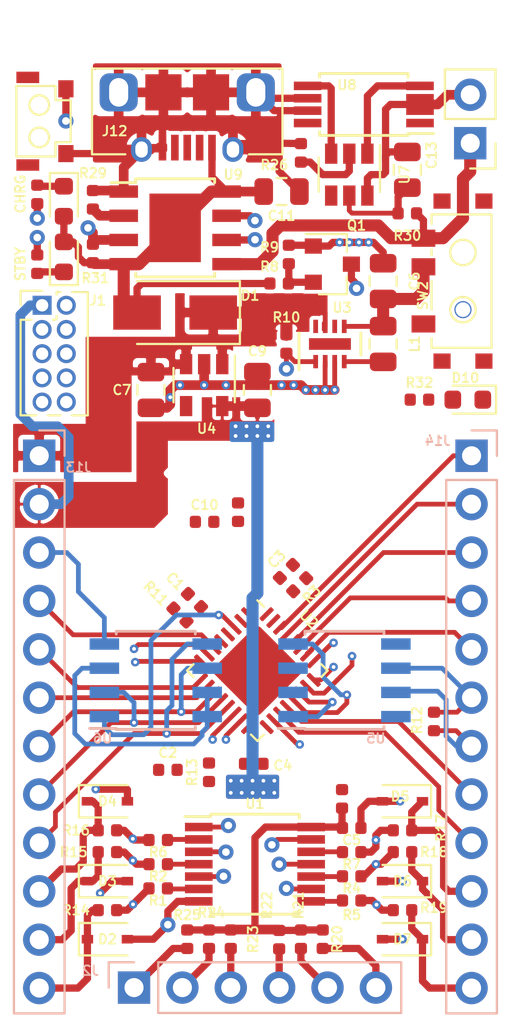
<source format=kicad_pcb>
(kicad_pcb (version 20171130) (host pcbnew "(5.1.5)-3")
  (layers (0 F.Cu signal) (1 In1.Cu signal) (2 In2.Cu signal hide) (31 B.Cu signal) (34 B.Paste user) (35 F.Paste user) (36 B.SilkS user) (37 F.SilkS user) (38 B.Mask user) (39 F.Mask user) (44 Edge.Cuts user))
  (net 0 "")
  (net 1 GND)
  (net 2 +3V3)
  (net 3 "/Output Connectors/SPI_1_SCK")
  (net 4 "/Output Connectors/SPI_1_MOSI")
  (net 5 "/Output Connectors/SPI_1_MISO")
  (net 6 "/Output Connectors/SPI_2_MISO")
  (net 7 "/Output Connectors/SPI_2_MOSI")
  (net 8 "/Output Connectors/SPI_2_SCK")
  (net 9 "/Output Connectors/CAN_1_HI")
  (net 10 "/Output Connectors/CAN_1_LO")
  (net 11 "/Output Connectors/I2C_1_SDA")
  (net 12 "/Output Connectors/RS232_1_RX")
  (net 13 "/Output Connectors/RS232_1_TX")
  (net 14 "/Input Connectors/Batt_V+")
  (net 15 "Net-(R3-Pad1)")
  (net 16 "/Input Connectors/nRESET")
  (net 17 "Net-(C2-Pad2)")
  (net 18 "Net-(C5-Pad2)")
  (net 19 +5V)
  (net 20 "Net-(C10-Pad2)")
  (net 21 "/Power Supply/Ext_In+")
  (net 22 "/Output Connectors/GPIO_OUT_0")
  (net 23 "/Output Connectors/GPIO_OUT_1")
  (net 24 "/Output Connectors/GPIO_OUT_2")
  (net 25 "/Output Connectors/GPIO_OUT_3")
  (net 26 "/Output Connectors/GPIO_OUT_4")
  (net 27 "/Output Connectors/GPIO_OUT_5")
  (net 28 /Processor/SWCLK)
  (net 29 /Processor/SWDIO)
  (net 30 "Net-(J2-Pad6)")
  (net 31 "Net-(J2-Pad5)")
  (net 32 "Net-(J2-Pad4)")
  (net 33 "Net-(J2-Pad3)")
  (net 34 "Net-(J2-Pad2)")
  (net 35 "Net-(J2-Pad1)")
  (net 36 /Processor/ADC_2)
  (net 37 /Processor/ADC_1)
  (net 38 /Processor/ADC_0)
  (net 39 "/Output Connectors/I2C_1_SCL")
  (net 40 "Net-(L1-Pad2)")
  (net 41 "Net-(Q1-Pad3)")
  (net 42 "Net-(Q1-Pad2)")
  (net 43 /Processor/GPIO_0)
  (net 44 "/Input Connectors/GPIO_INPUT_0")
  (net 45 "/Input Connectors/GPIO_INPUT_1")
  (net 46 /Processor/GPIO_1)
  (net 47 "/Input Connectors/GPIO_INPUT_4")
  (net 48 "/Input Connectors/GPIO_INPUT_5")
  (net 49 "/Input Connectors/GPIO_INPUT_2")
  (net 50 /Processor/GPIO_2)
  (net 51 "/Input Connectors/GPIO_INPUT_3")
  (net 52 /Processor/CAN_1_TX)
  (net 53 /Processor/CAN_1_RX)
  (net 54 FlashCS)
  (net 55 "Net-(C6-Pad2)")
  (net 56 "/Input Connectors/Batt_V-")
  (net 57 "Net-(D8-Pad1)")
  (net 58 "Net-(D9-Pad1)")
  (net 59 "/Input Connectors/NC_TDI")
  (net 60 "Net-(J1-Pad7)")
  (net 61 "/Input Connectors/SWO_TDO")
  (net 62 "Net-(J12-Pad2)")
  (net 63 "Net-(J12-Pad4)")
  (net 64 "Net-(J12-Pad3)")
  (net 65 "Net-(R26-Pad1)")
  (net 66 "Net-(R27-Pad1)")
  (net 67 "Net-(R28-Pad1)")
  (net 68 "Net-(R29-Pad1)")
  (net 69 "Net-(SW2-Pad3)")
  (net 70 "Net-(U4-Pad4)")
  (net 71 "Net-(U5-Pad8)")
  (net 72 "Net-(U5-Pad5)")
  (net 73 "Net-(U7-Pad4)")
  (net 74 "Net-(U7-Pad3)")
  (net 75 "Net-(U7-Pad1)")
  (net 76 "Net-(U8-Pad8)")
  (net 77 "Net-(U8-Pad1)")
  (net 78 "Net-(D10-Pad2)")
  (net 79 StatusLED)
  (net 80 "Net-(C13-Pad1)")
  (net 81 /Processor/GPIO_3)
  (net 82 /Processor/GPIO_4)
  (net 83 /Processor/GPIO_5)
  (module Package_SO:SOIC-8_3.9x4.9mm_P1.27mm (layer B.Cu) (at 218.52 82.347)
    (fp_text reference U6 (at -2.794 3.048) (layer B.SilkS) (effects (font (size 0.5 0.5) (thickness 0.1)) (justify mirror)))
    (fp_text value AT25SF081-SSHD-X)
    (pad 8 smd rect (at 2.7 1.905) (size 1.55 0.6) (layers B.Cu B.Paste B.Mask) (net 17 "Net-(C2-Pad2)"))
    (pad 7 smd rect (at 2.7 0.635) (size 1.55 0.6) (layers B.Cu B.Paste B.Mask) (net 17 "Net-(C2-Pad2)"))
    (pad 6 smd rect (at 2.7 -0.635) (size 1.55 0.6) (layers B.Cu B.Paste B.Mask) (net 3 "/Output Connectors/SPI_1_SCK"))
    (pad 5 smd rect (at 2.7 -1.905) (size 1.55 0.6) (layers B.Cu B.Paste B.Mask) (net 4 "/Output Connectors/SPI_1_MOSI"))
    (pad 4 smd rect (at -2.7 -1.905) (size 1.55 0.6) (layers B.Cu B.Paste B.Mask) (net 1 GND))
    (pad 3 smd rect (at -2.7 -0.635) (size 1.55 0.6) (layers B.Cu B.Paste B.Mask) (net 17 "Net-(C2-Pad2)"))
    (pad 2 smd rect (at -2.7 0.635) (size 1.55 0.6) (layers B.Cu B.Paste B.Mask) (net 5 "/Output Connectors/SPI_1_MISO"))
    (pad 1 smd rect (at -2.7 1.905) (size 1.55 0.6) (layers B.Cu B.Paste B.Mask) (net 54 FlashCS))
  )
  (module Resistor_SMD:R_0402_1005Metric (layer F.Cu) (at 226.0765 77.3305 45)
    (fp_text reference R3 (at 0.089803 0.808223 45) (layer F.SilkS) (effects (font (size 0.5 0.5) (thickness 0.1))))
    (fp_text value 10k)
    (pad 2 smd roundrect (at 0.485 0 45) (size 0.59 0.64) (layers F.Cu F.Paste F.Mask) (net 1 GND))
    (pad 1 smd roundrect (at -0.485 0 45) (size 0.59 0.64) (layers F.Cu F.Paste F.Mask) (net 15 "Net-(R3-Pad1)"))
  )
  (module Resistor_SMD:R_0402_1005Metric (layer F.Cu) (at 222.838 73.5205 270)
    (fp_text reference R_PWR_2 hide)
    (fp_text value 0)
    (pad 2 smd roundrect (at 0.485 0 270) (size 0.59 0.64) (layers F.Cu F.Paste F.Mask) (net 20 "Net-(C10-Pad2)"))
    (pad 1 smd roundrect (at -0.485 0 270) (size 0.59 0.64) (layers F.Cu F.Paste F.Mask) (net 2 +3V3))
  )
  (module Resistor_SMD:R_0402_1005Metric (layer F.Cu) (at 226.14 95.936 270)
    (fp_text reference R21 (at -1.778 0.127 90) (layer F.SilkS) (effects (font (size 0.5 0.5) (thickness 0.1))))
    (fp_text value 50k)
    (pad 2 smd roundrect (at 0.485 0 270) (size 0.59 0.64) (layers F.Cu F.Paste F.Mask) (net 31 "Net-(J2-Pad5)"))
    (pad 1 smd roundrect (at -0.485 0 270) (size 0.59 0.64) (layers F.Cu F.Paste F.Mask) (net 18 "Net-(C5-Pad2)"))
  )
  (module Inductor_SMD:L_0805_2012Metric (layer F.Cu) (at 230.458 64.694 270)
    (fp_text reference L1 (at 0 -1.65 90) (layer F.SilkS) (effects (font (size 0.5 0.5) (thickness 0.1))))
    (fp_text value 4.3uH)
    (pad 2 smd roundrect (at 0.9375 0 270) (size 0.975 1.4) (layers F.Cu F.Paste F.Mask) (net 40 "Net-(L1-Pad2)"))
    (pad 1 smd roundrect (at -0.9375 0 270) (size 0.975 1.4) (layers F.Cu F.Paste F.Mask) (net 55 "Net-(C6-Pad2)"))
  )
  (module Resistor_SMD:R_0402_1005Metric (layer F.Cu) (at 231.728 57.836 180)
    (fp_text reference R30 (at 0 -1.17) (layer F.SilkS) (effects (font (size 0.5 0.5) (thickness 0.1))))
    (fp_text value 120)
    (pad 2 smd roundrect (at 0.485 0 180) (size 0.59 0.64) (layers F.Cu F.Paste F.Mask) (net 80 "Net-(C13-Pad1)"))
    (pad 1 smd roundrect (at -0.485 0 180) (size 0.59 0.64) (layers F.Cu F.Paste F.Mask) (net 14 "/Input Connectors/Batt_V+"))
  )
  (module Package_SO:TSSOP-8_4.4x3mm_P0.65mm (layer F.Cu) (at 229.442 52.121 180)
    (fp_text reference U8 (at 0.889 1.016) (layer F.SilkS) (effects (font (size 0.5 0.5) (thickness 0.1))))
    (fp_text value FS8205A)
    (pad 8 smd rect (at 2.95 -0.975 180) (size 1.45 0.45) (layers F.Cu F.Paste F.Mask) (net 76 "Net-(U8-Pad8)"))
    (pad 7 smd rect (at 2.95 -0.325 180) (size 1.45 0.45) (layers F.Cu F.Paste F.Mask) (net 1 GND))
    (pad 6 smd rect (at 2.95 0.325 180) (size 1.45 0.45) (layers F.Cu F.Paste F.Mask) (net 1 GND))
    (pad 5 smd rect (at 2.95 0.975 180) (size 1.45 0.45) (layers F.Cu F.Paste F.Mask) (net 74 "Net-(U7-Pad3)"))
    (pad 4 smd rect (at -2.95 0.975 180) (size 1.45 0.45) (layers F.Cu F.Paste F.Mask) (net 75 "Net-(U7-Pad1)"))
    (pad 3 smd rect (at -2.95 0.325 180) (size 1.45 0.45) (layers F.Cu F.Paste F.Mask) (net 56 "/Input Connectors/Batt_V-"))
    (pad 2 smd rect (at -2.95 -0.325 180) (size 1.45 0.45) (layers F.Cu F.Paste F.Mask) (net 56 "/Input Connectors/Batt_V-"))
    (pad 1 smd rect (at -2.95 -0.975 180) (size 1.45 0.45) (layers F.Cu F.Paste F.Mask) (net 77 "Net-(U8-Pad1)"))
  )
  (module Resistor_SMD:R_0402_1005Metric (layer F.Cu) (at 232.363 67.615 180)
    (fp_text reference R32 (at 0 0.889) (layer F.SilkS) (effects (font (size 0.5 0.5) (thickness 0.1))))
    (fp_text value 10k)
    (pad 2 smd roundrect (at 0.485 0 180) (size 0.59 0.64) (layers F.Cu F.Paste F.Mask) (net 79 StatusLED))
    (pad 1 smd roundrect (at -0.485 0 180) (size 0.59 0.64) (layers F.Cu F.Paste F.Mask) (net 78 "Net-(D10-Pad2)"))
  )
  (module Diode_SMD:D_0603_1608Metric (layer F.Cu) (at 234.903 67.615 180)
    (fp_text reference D10 (at 0.127 1.143) (layer F.SilkS) (effects (font (size 0.5 0.5) (thickness 0.1))))
    (fp_text value GLED)
    (pad 2 smd roundrect (at 0.7875 0 180) (size 0.875 0.95) (layers F.Cu F.Paste F.Mask) (net 78 "Net-(D10-Pad2)"))
    (pad 1 smd roundrect (at -0.7875 0 180) (size 0.875 0.95) (layers F.Cu F.Paste F.Mask) (net 1 GND))
  )
  (module USB:Amphenol-MicroB (layer F.Cu) (at 220.171 51.486 180)
    (fp_text reference J12 (at 3.81 -2.032 180) (layer F.SilkS) (effects (font (size 0.5 0.5) (thickness 0.1))))
    (fp_text value USB_B_Micro)
    (pad 6 thru_hole oval (at 2.4 -3 180) (size 1.1 1.3) (drill oval 0.65 0.85) (layers *.Cu *.Mask) (net 1 GND))
    (pad 6 thru_hole oval (at -2.4 -3 180) (size 1.1 1.3) (drill oval 0.65 0.85) (layers *.Cu *.Mask) (net 1 GND))
    (pad 1 smd rect (at -1.3 -2.9 180) (size 0.4 1.35) (layers F.Cu F.Paste F.Mask) (net 21 "/Power Supply/Ext_In+"))
    (pad 2 smd rect (at -0.65 -2.9 180) (size 0.4 1.35) (layers F.Cu F.Paste F.Mask) (net 62 "Net-(J12-Pad2)"))
    (pad 5 smd rect (at 1.3 -2.9 180) (size 0.4 1.35) (layers F.Cu F.Paste F.Mask) (net 1 GND))
    (pad 4 smd rect (at 0.65 -2.9 180) (size 0.4 1.35) (layers F.Cu F.Paste F.Mask) (net 63 "Net-(J12-Pad4)"))
    (pad 3 smd rect (at 0 -2.9 180) (size 0.4 1.35) (layers F.Cu F.Paste F.Mask) (net 64 "Net-(J12-Pad3)"))
    (pad 6 thru_hole roundrect (at 3.6 0 180) (size 2 2) (drill oval 1 1.5) (layers *.Cu *.Mask) (net 1 GND))
    (pad 6 thru_hole roundrect (at -3.6 0 180) (size 2 2) (drill oval 1 1.5) (layers *.Cu *.Mask) (net 1 GND))
    (pad 6 smd rect (at 1.25 0 180) (size 1.9 1.9) (layers F.Cu F.Paste F.Mask) (net 1 GND))
    (pad 6 smd rect (at -1.25 0 180) (size 1.9 1.9) (layers F.Cu F.Paste F.Mask) (net 1 GND))
  )
  (module Connector_PinHeader_2.54mm:PinHeader_1x12_P2.54mm_Vertical (layer B.Cu) (at 235.1 70.56 180)
    (fp_text reference J14 (at 1.7845 0.786) (layer B.SilkS) (effects (font (size 0.5 0.5) (thickness 0.1)) (justify mirror)))
    (fp_text value CN2)
    (pad 12 thru_hole oval (at 0 -27.94 180) (size 1.7 1.7) (drill 1) (layers *.Cu *.Mask) (net 27 "/Output Connectors/GPIO_OUT_5"))
    (pad 11 thru_hole oval (at 0 -25.4 180) (size 1.7 1.7) (drill 1) (layers *.Cu *.Mask) (net 26 "/Output Connectors/GPIO_OUT_4"))
    (pad 10 thru_hole oval (at 0 -22.86 180) (size 1.7 1.7) (drill 1) (layers *.Cu *.Mask) (net 25 "/Output Connectors/GPIO_OUT_3"))
    (pad 9 thru_hole oval (at 0 -20.32 180) (size 1.7 1.7) (drill 1) (layers *.Cu *.Mask) (net 13 "/Output Connectors/RS232_1_TX"))
    (pad 8 thru_hole oval (at 0 -17.78 180) (size 1.7 1.7) (drill 1) (layers *.Cu *.Mask) (net 12 "/Output Connectors/RS232_1_RX"))
    (pad 7 thru_hole oval (at 0 -15.24 180) (size 1.7 1.7) (drill 1) (layers *.Cu *.Mask) (net 9 "/Output Connectors/CAN_1_HI"))
    (pad 6 thru_hole oval (at 0 -12.7 180) (size 1.7 1.7) (drill 1) (layers *.Cu *.Mask) (net 10 "/Output Connectors/CAN_1_LO"))
    (pad 5 thru_hole oval (at 0 -10.16 180) (size 1.7 1.7) (drill 1) (layers *.Cu *.Mask) (net 8 "/Output Connectors/SPI_2_SCK"))
    (pad 4 thru_hole oval (at 0 -7.62 180) (size 1.7 1.7) (drill 1) (layers *.Cu *.Mask) (net 6 "/Output Connectors/SPI_2_MISO"))
    (pad 3 thru_hole oval (at 0 -5.08 180) (size 1.7 1.7) (drill 1) (layers *.Cu *.Mask) (net 7 "/Output Connectors/SPI_2_MOSI"))
    (pad 2 thru_hole oval (at 0 -2.54 180) (size 1.7 1.7) (drill 1) (layers *.Cu *.Mask) (net 39 "/Output Connectors/I2C_1_SCL"))
    (pad 1 thru_hole rect (at 0 0 180) (size 1.7 1.7) (drill 1) (layers *.Cu *.Mask) (net 11 "/Output Connectors/I2C_1_SDA"))
  )
  (module Connector_PinHeader_2.54mm:PinHeader_1x12_P2.54mm_Vertical (layer B.Cu) (at 212.4 70.56 180)
    (fp_text reference J13 (at -2.056 -0.611) (layer B.SilkS) (effects (font (size 0.5 0.5) (thickness 0.1)) (justify mirror)))
    (fp_text value CN1)
    (pad 12 thru_hole oval (at 0 -27.94 180) (size 1.7 1.7) (drill 1) (layers *.Cu *.Mask) (net 22 "/Output Connectors/GPIO_OUT_0"))
    (pad 11 thru_hole oval (at 0 -25.4 180) (size 1.7 1.7) (drill 1) (layers *.Cu *.Mask) (net 23 "/Output Connectors/GPIO_OUT_1"))
    (pad 10 thru_hole oval (at 0 -22.86 180) (size 1.7 1.7) (drill 1) (layers *.Cu *.Mask) (net 24 "/Output Connectors/GPIO_OUT_2"))
    (pad 9 thru_hole oval (at 0 -20.32 180) (size 1.7 1.7) (drill 1) (layers *.Cu *.Mask) (net 4 "/Output Connectors/SPI_1_MOSI"))
    (pad 8 thru_hole oval (at 0 -17.78 180) (size 1.7 1.7) (drill 1) (layers *.Cu *.Mask) (net 5 "/Output Connectors/SPI_1_MISO"))
    (pad 7 thru_hole oval (at 0 -15.24 180) (size 1.7 1.7) (drill 1) (layers *.Cu *.Mask) (net 3 "/Output Connectors/SPI_1_SCK"))
    (pad 6 thru_hole oval (at 0 -12.7 180) (size 1.7 1.7) (drill 1) (layers *.Cu *.Mask) (net 36 /Processor/ADC_2))
    (pad 5 thru_hole oval (at 0 -10.16 180) (size 1.7 1.7) (drill 1) (layers *.Cu *.Mask) (net 37 /Processor/ADC_1))
    (pad 4 thru_hole oval (at 0 -7.62 180) (size 1.7 1.7) (drill 1) (layers *.Cu *.Mask) (net 38 /Processor/ADC_0))
    (pad 3 thru_hole oval (at 0 -5.08 180) (size 1.7 1.7) (drill 1) (layers *.Cu *.Mask) (net 1 GND))
    (pad 2 thru_hole oval (at 0 -2.54 180) (size 1.7 1.7) (drill 1) (layers *.Cu *.Mask) (net 2 +3V3))
    (pad 1 thru_hole rect (at 0 0 180) (size 1.7 1.7) (drill 1) (layers *.Cu *.Mask) (net 19 +5V))
  )
  (module PMIC:TP4056_SOP-8-PP (layer F.Cu) (at 219.536 58.598)
    (fp_text reference U9 (at 3.048 -2.794) (layer F.SilkS) (effects (font (size 0.5 0.5) (thickness 0.1))))
    (fp_text value TP4056)
    (pad 1 smd rect (at -2.7 -1.905) (size 1.5 0.65) (layers F.Cu F.Paste F.Mask) (net 1 GND))
    (pad 2 smd rect (at -2.7 -0.635) (size 1.5 0.65) (layers F.Cu F.Paste F.Mask) (net 68 "Net-(R29-Pad1)"))
    (pad 3 smd rect (at -2.7 0.635) (size 1.5 0.65) (layers F.Cu F.Paste F.Mask) (net 1 GND))
    (pad 4 smd rect (at -2.7 1.905) (size 1.5 0.65) (layers F.Cu F.Paste F.Mask) (net 21 "/Power Supply/Ext_In+"))
    (pad 5 smd rect (at 2.7 1.905) (size 1.5 0.65) (layers F.Cu F.Paste F.Mask) (net 14 "/Input Connectors/Batt_V+"))
    (pad 6 smd rect (at 2.7 0.635) (size 1.5 0.65) (layers F.Cu F.Paste F.Mask) (net 67 "Net-(R28-Pad1)"))
    (pad 7 smd rect (at 2.7 -0.635) (size 1.5 0.65) (layers F.Cu F.Paste F.Mask) (net 66 "Net-(R27-Pad1)"))
    (pad 8 smd rect (at 2.7 -1.905) (size 1.5 0.65) (layers F.Cu F.Paste F.Mask) (net 21 "/Power Supply/Ext_In+"))
    (pad 9 smd rect (at 0 0) (size 2.7 3.6) (layers F.Cu F.Paste F.Mask) (net 21 "/Power Supply/Ext_In+"))
  )
  (module Package_TO_SOT_SMD:SOT-23-6 (layer F.Cu) (at 228.68 55.804 270)
    (fp_text reference U7 (at 0 -2.9 90) (layer F.SilkS) (effects (font (size 0.5 0.5) (thickness 0.1))))
    (fp_text value DW01)
    (pad 5 smd rect (at 1.1 0 270) (size 1.06 0.65) (layers F.Cu F.Paste F.Mask) (net 80 "Net-(C13-Pad1)"))
    (pad 6 smd rect (at 1.1 -0.95 270) (size 1.06 0.65) (layers F.Cu F.Paste F.Mask) (net 56 "/Input Connectors/Batt_V-"))
    (pad 4 smd rect (at 1.1 0.95 270) (size 1.06 0.65) (layers F.Cu F.Paste F.Mask) (net 73 "Net-(U7-Pad4)"))
    (pad 3 smd rect (at -1.1 0.95 270) (size 1.06 0.65) (layers F.Cu F.Paste F.Mask) (net 74 "Net-(U7-Pad3)"))
    (pad 2 smd rect (at -1.1 0 270) (size 1.06 0.65) (layers F.Cu F.Paste F.Mask) (net 65 "Net-(R26-Pad1)"))
    (pad 1 smd rect (at -1.1 -0.95 270) (size 1.06 0.65) (layers F.Cu F.Paste F.Mask) (net 75 "Net-(U7-Pad1)"))
  )
  (module toggle:LCSC_C136659_HRO_SPDT_6.7x2.6mm_ToggleSwitch (layer F.Cu) (at 234.649 61.392 270)
    (fp_text reference SW2 (at 0.762 2.1052 270) (layer F.SilkS) (effects (font (size 0.5 0.5) (thickness 0.1))))
    (fp_text value SW_BATT_DISCONNECT)
    (pad "" smd rect (at -4.2 1.1 270) (size 0.8 0.9) (layers F.Cu F.Paste F.Mask))
    (pad "" smd rect (at -4.2 -1.1 270) (size 0.8 0.9) (layers F.Cu F.Paste F.Mask))
    (pad "" smd rect (at 4.2 -1.1 270) (size 0.8 0.9) (layers F.Cu F.Paste F.Mask))
    (pad "" smd rect (at 4.2 1.1 270) (size 0.8 0.9) (layers F.Cu F.Paste F.Mask))
    (pad 3 smd rect (at 2.25 2.075 270) (size 0.9 1.25) (layers F.Cu F.Paste F.Mask) (net 69 "Net-(SW2-Pad3)"))
    (pad 2 smd rect (at -0.75 2.075 270) (size 0.9 1.25) (layers F.Cu F.Paste F.Mask) (net 55 "Net-(C6-Pad2)"))
    (pad 1 smd rect (at -2.25 2.075 270) (size 0.9 1.25) (layers F.Cu F.Paste F.Mask) (net 14 "/Input Connectors/Batt_V+"))
    (pad "" np_thru_hole circle (at 1.5 0 270) (size 0.9 0.9) (drill 0.762) (layers *.Cu *.Mask))
    (pad "" np_thru_hole circle (at -1.5 0 270) (size 0.9 0.9) (drill 0.9) (layers *.Cu *.Mask))
  )
  (module button:LCSC_C255808_HYP_2x4x3.5mm_RightAngle (layer F.Cu) (at 212.4 53 90)
    (fp_text reference SW1 hide)
    (fp_text value SW_Push)
    (pad 2 smd rect (at 1.7 1.4 90) (size 0.9 0.8) (layers F.Cu F.Paste F.Mask) (net 16 "/Input Connectors/nRESET"))
    (pad 1 smd rect (at -1.7 1.4 90) (size 0.9 0.8) (layers F.Cu F.Paste F.Mask) (net 1 GND))
    (pad "" smd rect (at -2.3 -0.6 90) (size 0.6 1.2) (layers F.Cu F.Paste F.Mask))
    (pad "" smd rect (at 2.3 -0.6 90) (size 0.6 1.2) (layers F.Cu F.Paste F.Mask))
    (pad "" np_thru_hole circle (at 0.85 0 90) (size 0.75 0.75) (drill 0.75) (layers *.Cu *.Mask))
    (pad "" np_thru_hole circle (at -0.85 0 90) (size 0.75 0.75) (drill 0.75) (layers *.Cu *.Mask))
  )
  (module Resistor_SMD:R_0402_1005Metric (layer F.Cu) (at 215.218 59.9418 270)
    (fp_text reference R31 (at 1.293 -0.127 180) (layer F.SilkS) (effects (font (size 0.5 0.5) (thickness 0.1))))
    (fp_text value 50k)
    (pad 2 smd roundrect (at 0.485 0 270) (size 0.59 0.64) (layers F.Cu F.Paste F.Mask) (net 21 "/Power Supply/Ext_In+"))
    (pad 1 smd roundrect (at -0.485 0 270) (size 0.59 0.64) (layers F.Cu F.Paste F.Mask) (net 1 GND))
  )
  (module Resistor_SMD:R_0402_1005Metric (layer F.Cu) (at 215.218 57.1248 90)
    (fp_text reference R29 (at 1.397 0 180) (layer F.SilkS) (effects (font (size 0.5 0.5) (thickness 0.1))))
    (fp_text value 10k)
    (pad 2 smd roundrect (at 0.485 0 90) (size 0.59 0.64) (layers F.Cu F.Paste F.Mask) (net 1 GND))
    (pad 1 smd roundrect (at -0.485 0 90) (size 0.59 0.64) (layers F.Cu F.Paste F.Mask) (net 68 "Net-(R29-Pad1)"))
  )
  (module Resistor_SMD:R_0402_1005Metric (layer F.Cu) (at 212.297 60.503 270)
    (fp_text reference R28 hide)
    (fp_text value 1k)
    (pad 2 smd roundrect (at 0.485 0 270) (size 0.59 0.64) (layers F.Cu F.Paste F.Mask) (net 58 "Net-(D9-Pad1)"))
    (pad 1 smd roundrect (at -0.485 0 270) (size 0.59 0.64) (layers F.Cu F.Paste F.Mask) (net 67 "Net-(R28-Pad1)"))
  )
  (module Resistor_SMD:R_0402_1005Metric (layer F.Cu) (at 212.297 56.843 90)
    (fp_text reference R27 hide)
    (fp_text value 1k)
    (pad 2 smd roundrect (at 0.485 0 90) (size 0.59 0.64) (layers F.Cu F.Paste F.Mask) (net 57 "Net-(D8-Pad1)"))
    (pad 1 smd roundrect (at -0.485 0 90) (size 0.59 0.64) (layers F.Cu F.Paste F.Mask) (net 66 "Net-(R27-Pad1)"))
  )
  (module Resistor_SMD:R_0402_1005Metric (layer F.Cu) (at 226.14 54.661 90)
    (fp_text reference R26 (at -0.635 -1.397 180) (layer F.SilkS) (effects (font (size 0.5 0.5) (thickness 0.1))))
    (fp_text value 1k)
    (pad 2 smd roundrect (at 0.485 0 90) (size 0.59 0.64) (layers F.Cu F.Paste F.Mask) (net 1 GND))
    (pad 1 smd roundrect (at -0.485 0 90) (size 0.59 0.64) (layers F.Cu F.Paste F.Mask) (net 65 "Net-(R26-Pad1)"))
  )
  (module Diode_SMD:D_0603_1608Metric (layer F.Cu) (at 213.694 60.122 90)
    (fp_text reference D9 hide)
    (fp_text value BLED)
    (pad 2 smd roundrect (at 0.7875 0 90) (size 0.875 0.95) (layers F.Cu F.Paste F.Mask) (net 21 "/Power Supply/Ext_In+"))
    (pad 1 smd roundrect (at -0.7875 0 90) (size 0.875 0.95) (layers F.Cu F.Paste F.Mask) (net 58 "Net-(D9-Pad1)"))
  )
  (module Diode_SMD:D_0603_1608Metric (layer F.Cu) (at 213.694 57.201 270)
    (fp_text reference D8 hide)
    (fp_text value RLED)
    (pad 2 smd roundrect (at 0.7875 0 270) (size 0.875 0.95) (layers F.Cu F.Paste F.Mask) (net 21 "/Power Supply/Ext_In+"))
    (pad 1 smd roundrect (at -0.7875 0 270) (size 0.875 0.95) (layers F.Cu F.Paste F.Mask) (net 57 "Net-(D8-Pad1)"))
  )
  (module Capacitor_SMD:C_0805_2012Metric (layer F.Cu) (at 231.728 55.55 90)
    (fp_text reference C13 (at 0.762 1.27 90) (layer F.SilkS) (effects (font (size 0.5 0.5) (thickness 0.1))))
    (fp_text value 100nF)
    (pad 2 smd roundrect (at 0.9375 0 90) (size 0.975 1.4) (layers F.Cu F.Paste F.Mask) (net 56 "/Input Connectors/Batt_V-"))
    (pad 1 smd roundrect (at -0.9375 0 90) (size 0.975 1.4) (layers F.Cu F.Paste F.Mask) (net 80 "Net-(C13-Pad1)"))
  )
  (module Capacitor_SMD:C_0805_2012Metric (layer F.Cu) (at 225.124 56.693)
    (fp_text reference C11 (at 0 1.27) (layer F.SilkS) (effects (font (size 0.5 0.5) (thickness 0.1))))
    (fp_text value 100nF)
    (pad 2 smd roundrect (at 0.9375 0) (size 0.975 1.4) (layers F.Cu F.Paste F.Mask) (net 1 GND))
    (pad 1 smd roundrect (at -0.9375 0) (size 0.975 1.4) (layers F.Cu F.Paste F.Mask) (net 21 "/Power Supply/Ext_In+"))
  )
  (module Package_TO_SOT_SMD:SOT-23 (layer F.Cu) (at 227.791 60.503)
    (fp_text reference Q1 (at 1.27 -2.032) (layer F.SilkS) (effects (font (size 0.5 0.5) (thickness 0.1))))
    (fp_text value 2N3904)
    (pad 3 smd rect (at 1 0) (size 0.9 0.8) (layers F.Cu F.Paste F.Mask) (net 41 "Net-(Q1-Pad3)"))
    (pad 2 smd rect (at -1 0.95) (size 0.9 0.8) (layers F.Cu F.Paste F.Mask) (net 42 "Net-(Q1-Pad2)"))
    (pad 1 smd rect (at -1 -0.95) (size 0.9 0.8) (layers F.Cu F.Paste F.Mask) (net 1 GND))
  )
  (module Package_SO:SOIC-8_3.9x4.9mm_P1.27mm (layer B.Cu) (at 228.426 82.347)
    (fp_text reference U5 (at 1.651 3.048) (layer B.SilkS) (effects (font (size 0.5 0.5) (thickness 0.1)) (justify mirror)))
    (fp_text value SN65HVD232)
    (pad 8 smd rect (at 2.7 1.905) (size 1.55 0.6) (layers B.Cu B.Paste B.Mask) (net 71 "Net-(U5-Pad8)"))
    (pad 7 smd rect (at 2.7 0.635) (size 1.55 0.6) (layers B.Cu B.Paste B.Mask) (net 9 "/Output Connectors/CAN_1_HI"))
    (pad 6 smd rect (at 2.7 -0.635) (size 1.55 0.6) (layers B.Cu B.Paste B.Mask) (net 10 "/Output Connectors/CAN_1_LO"))
    (pad 5 smd rect (at 2.7 -1.905) (size 1.55 0.6) (layers B.Cu B.Paste B.Mask) (net 72 "Net-(U5-Pad5)"))
    (pad 4 smd rect (at -2.7 -1.905) (size 1.55 0.6) (layers B.Cu B.Paste B.Mask) (net 53 /Processor/CAN_1_RX))
    (pad 3 smd rect (at -2.7 -0.635) (size 1.55 0.6) (layers B.Cu B.Paste B.Mask) (net 20 "Net-(C10-Pad2)"))
    (pad 2 smd rect (at -2.7 0.635) (size 1.55 0.6) (layers B.Cu B.Paste B.Mask) (net 1 GND))
    (pad 1 smd rect (at -2.7 1.905) (size 1.55 0.6) (layers B.Cu B.Paste B.Mask) (net 52 /Processor/CAN_1_TX))
  )
  (module Package_TO_SOT_SMD:SOT-23-5 (layer F.Cu) (at 221.06 66.853 270)
    (fp_text reference U4 (at 2.286 -0.127 180) (layer F.SilkS) (effects (font (size 0.5 0.5) (thickness 0.1))))
    (fp_text value AP2112K-3.3)
    (pad 5 smd rect (at 1.1 -0.95 270) (size 1.06 0.65) (layers F.Cu F.Paste F.Mask) (net 2 +3V3))
    (pad 4 smd rect (at 1.1 0.95 270) (size 1.06 0.65) (layers F.Cu F.Paste F.Mask) (net 70 "Net-(U4-Pad4)"))
    (pad 3 smd rect (at -1.1 0.95 270) (size 1.06 0.65) (layers F.Cu F.Paste F.Mask) (net 19 +5V))
    (pad 2 smd rect (at -1.1 0 270) (size 1.06 0.65) (layers F.Cu F.Paste F.Mask) (net 1 GND))
    (pad 1 smd rect (at -1.1 -0.95 270) (size 1.06 0.65) (layers F.Cu F.Paste F.Mask) (net 19 +5V))
  )
  (module Package_DFN_QFN:DFN-8-1EP_2x3mm_P0.5mm_EP0.61x2.2mm (layer F.Cu) (at 227.664 64.694 90)
    (fp_text reference U3 (at 1.905 0.635 180) (layer F.SilkS) (effects (font (size 0.5 0.5) (thickness 0.1))))
    (fp_text value DIO6605)
    (pad 9 smd rect (at 0 0 90) (size 0.61 2.2) (layers F.Cu F.Mask))
    (pad 8 smd rect (at 0.925 -0.75 90) (size 0.7 0.25) (layers F.Cu F.Paste F.Mask))
    (pad 7 smd rect (at 0.925 -0.25 90) (size 0.7 0.25) (layers F.Cu F.Paste F.Mask) (net 19 +5V))
    (pad 6 smd rect (at 0.925 0.25 90) (size 0.7 0.25) (layers F.Cu F.Paste F.Mask))
    (pad 5 smd rect (at 0.925 0.75 90) (size 0.7 0.25) (layers F.Cu F.Paste F.Mask) (net 55 "Net-(C6-Pad2)"))
    (pad 4 smd rect (at -0.925 0.75 90) (size 0.7 0.25) (layers F.Cu F.Paste F.Mask) (net 40 "Net-(L1-Pad2)"))
    (pad 3 smd rect (at -0.925 0.25 90) (size 0.7 0.25) (layers F.Cu F.Paste F.Mask) (net 1 GND))
    (pad 2 smd rect (at -0.925 -0.25 90) (size 0.7 0.25) (layers F.Cu F.Paste F.Mask) (net 1 GND))
    (pad 1 smd rect (at -0.925 -0.75 90) (size 0.7 0.25) (layers F.Cu F.Paste F.Mask) (net 41 "Net-(Q1-Pad3)"))
  )
  (module Package_SO:TSSOP-14_4.4x5mm_P0.65mm (layer F.Cu) (at 223.727 91.999)
    (fp_text reference U1 (at 0 -3.175) (layer F.SilkS) (effects (font (size 0.5 0.5) (thickness 0.1))))
    (fp_text value 74HC14)
    (pad 14 smd rect (at 2.95 -1.95) (size 1.45 0.45) (layers F.Cu F.Paste F.Mask) (net 18 "Net-(C5-Pad2)"))
    (pad 13 smd rect (at 2.95 -1.3) (size 1.45 0.45) (layers F.Cu F.Paste F.Mask) (net 32 "Net-(J2-Pad4)"))
    (pad 12 smd rect (at 2.95 -0.65) (size 1.45 0.45) (layers F.Cu F.Paste F.Mask) (net 51 "/Input Connectors/GPIO_INPUT_3"))
    (pad 11 smd rect (at 2.95 0) (size 1.45 0.45) (layers F.Cu F.Paste F.Mask) (net 31 "Net-(J2-Pad5)"))
    (pad 10 smd rect (at 2.95 0.65) (size 1.45 0.45) (layers F.Cu F.Paste F.Mask) (net 47 "/Input Connectors/GPIO_INPUT_4"))
    (pad 9 smd rect (at 2.95 1.3) (size 1.45 0.45) (layers F.Cu F.Paste F.Mask) (net 30 "Net-(J2-Pad6)"))
    (pad 8 smd rect (at 2.95 1.95) (size 1.45 0.45) (layers F.Cu F.Paste F.Mask) (net 48 "/Input Connectors/GPIO_INPUT_5"))
    (pad 7 smd rect (at -2.95 1.95) (size 1.45 0.45) (layers F.Cu F.Paste F.Mask) (net 1 GND))
    (pad 6 smd rect (at -2.95 1.3) (size 1.45 0.45) (layers F.Cu F.Paste F.Mask) (net 44 "/Input Connectors/GPIO_INPUT_0"))
    (pad 5 smd rect (at -2.95 0.65) (size 1.45 0.45) (layers F.Cu F.Paste F.Mask) (net 35 "Net-(J2-Pad1)"))
    (pad 4 smd rect (at -2.95 0) (size 1.45 0.45) (layers F.Cu F.Paste F.Mask) (net 45 "/Input Connectors/GPIO_INPUT_1"))
    (pad 3 smd rect (at -2.95 -0.65) (size 1.45 0.45) (layers F.Cu F.Paste F.Mask) (net 34 "Net-(J2-Pad2)"))
    (pad 2 smd rect (at -2.95 -1.3) (size 1.45 0.45) (layers F.Cu F.Paste F.Mask) (net 49 "/Input Connectors/GPIO_INPUT_2"))
    (pad 1 smd rect (at -2.95 -1.95) (size 1.45 0.45) (layers F.Cu F.Paste F.Mask) (net 33 "Net-(J2-Pad3)"))
  )
  (module Resistor_SMD:R_0402_1005Metric (layer F.Cu) (at 228.299 88.57 270)
    (fp_text reference R_PWR_1 hide)
    (fp_text value 0)
    (pad 2 smd roundrect (at 0.485 0 270) (size 0.59 0.64) (layers F.Cu F.Paste F.Mask) (net 18 "Net-(C5-Pad2)"))
    (pad 1 smd roundrect (at -0.485 0 270) (size 0.59 0.64) (layers F.Cu F.Paste F.Mask) (net 2 +3V3))
  )
  (module Resistor_SMD:R_0402_1005Metric (layer F.Cu) (at 220.171 95.936 270)
    (fp_text reference R25 (at -1.27 0 180) (layer F.SilkS) (effects (font (size 0.5 0.5) (thickness 0.1))))
    (fp_text value 50k)
    (pad 2 smd roundrect (at 0.485 0 270) (size 0.59 0.64) (layers F.Cu F.Paste F.Mask) (net 35 "Net-(J2-Pad1)"))
    (pad 1 smd roundrect (at -0.485 0 270) (size 0.59 0.64) (layers F.Cu F.Paste F.Mask) (net 18 "Net-(C5-Pad2)"))
  )
  (module Resistor_SMD:R_0402_1005Metric (layer F.Cu) (at 221.314 95.936 270)
    (fp_text reference R24 (at -1.397 -0.127 180) (layer F.SilkS) (effects (font (size 0.5 0.5) (thickness 0.1))))
    (fp_text value 50k)
    (pad 2 smd roundrect (at 0.485 0 270) (size 0.59 0.64) (layers F.Cu F.Paste F.Mask) (net 34 "Net-(J2-Pad2)"))
    (pad 1 smd roundrect (at -0.485 0 270) (size 0.59 0.64) (layers F.Cu F.Paste F.Mask) (net 18 "Net-(C5-Pad2)"))
  )
  (module Resistor_SMD:R_0402_1005Metric (layer F.Cu) (at 222.457 95.936 270)
    (fp_text reference R23 (at 0 -1.17 90) (layer F.SilkS) (effects (font (size 0.5 0.5) (thickness 0.1))))
    (fp_text value 50k)
    (pad 2 smd roundrect (at 0.485 0 270) (size 0.59 0.64) (layers F.Cu F.Paste F.Mask) (net 33 "Net-(J2-Pad3)"))
    (pad 1 smd roundrect (at -0.485 0 270) (size 0.59 0.64) (layers F.Cu F.Paste F.Mask) (net 18 "Net-(C5-Pad2)"))
  )
  (module Resistor_SMD:R_0402_1005Metric (layer F.Cu) (at 224.997 95.959 270)
    (fp_text reference R22 (at -1.801 0.635 90) (layer F.SilkS) (effects (font (size 0.5 0.5) (thickness 0.1))))
    (fp_text value 50k)
    (pad 2 smd roundrect (at 0.485 0 270) (size 0.59 0.64) (layers F.Cu F.Paste F.Mask) (net 32 "Net-(J2-Pad4)"))
    (pad 1 smd roundrect (at -0.485 0 270) (size 0.59 0.64) (layers F.Cu F.Paste F.Mask) (net 18 "Net-(C5-Pad2)"))
  )
  (module Resistor_SMD:R_0402_1005Metric (layer F.Cu) (at 227.283 95.936 270)
    (fp_text reference R20 (at 0 -0.762 90) (layer F.SilkS) (effects (font (size 0.5 0.5) (thickness 0.1))))
    (fp_text value 50k)
    (pad 2 smd roundrect (at 0.485 0 270) (size 0.59 0.64) (layers F.Cu F.Paste F.Mask) (net 30 "Net-(J2-Pad6)"))
    (pad 1 smd roundrect (at -0.485 0 270) (size 0.59 0.64) (layers F.Cu F.Paste F.Mask) (net 18 "Net-(C5-Pad2)"))
  )
  (module Resistor_SMD:R_0402_1005Metric (layer F.Cu) (at 231.474 94.412 180)
    (fp_text reference R19 (at -1.651 0.127) (layer F.SilkS) (effects (font (size 0.5 0.5) (thickness 0.1))))
    (fp_text value 1.8k)
    (pad 2 smd roundrect (at 0.485 0 180) (size 0.59 0.64) (layers F.Cu F.Paste F.Mask) (net 83 /Processor/GPIO_5))
    (pad 1 smd roundrect (at -0.485 0 180) (size 0.59 0.64) (layers F.Cu F.Paste F.Mask) (net 27 "/Output Connectors/GPIO_OUT_5"))
  )
  (module Resistor_SMD:R_0402_1005Metric (layer F.Cu) (at 231.474 91.364 180)
    (fp_text reference R18 (at -1.651 0) (layer F.SilkS) (effects (font (size 0.5 0.5) (thickness 0.1))))
    (fp_text value 1.8k)
    (pad 2 smd roundrect (at 0.485 0 180) (size 0.59 0.64) (layers F.Cu F.Paste F.Mask) (net 82 /Processor/GPIO_4))
    (pad 1 smd roundrect (at -0.485 0 180) (size 0.59 0.64) (layers F.Cu F.Paste F.Mask) (net 26 "/Output Connectors/GPIO_OUT_4"))
  )
  (module Resistor_SMD:R_0402_1005Metric (layer F.Cu) (at 231.474 90.221 180)
    (fp_text reference R17 (at -2.032 0.127 90) (layer F.SilkS) (effects (font (size 0.5 0.5) (thickness 0.1))))
    (fp_text value 1.8k)
    (pad 2 smd roundrect (at 0.485 0 180) (size 0.59 0.64) (layers F.Cu F.Paste F.Mask) (net 81 /Processor/GPIO_3))
    (pad 1 smd roundrect (at -0.485 0 180) (size 0.59 0.64) (layers F.Cu F.Paste F.Mask) (net 25 "/Output Connectors/GPIO_OUT_3"))
  )
  (module Resistor_SMD:R_0402_1005Metric (layer F.Cu) (at 215.98 90.221)
    (fp_text reference R16 (at -1.651 0) (layer F.SilkS) (effects (font (size 0.5 0.5) (thickness 0.1))))
    (fp_text value 1.8k)
    (pad 2 smd roundrect (at 0.485 0) (size 0.59 0.64) (layers F.Cu F.Paste F.Mask) (net 50 /Processor/GPIO_2))
    (pad 1 smd roundrect (at -0.485 0) (size 0.59 0.64) (layers F.Cu F.Paste F.Mask) (net 24 "/Output Connectors/GPIO_OUT_2"))
  )
  (module Resistor_SMD:R_0402_1005Metric (layer F.Cu) (at 215.98 91.364)
    (fp_text reference R15 (at -1.778 0) (layer F.SilkS) (effects (font (size 0.5 0.5) (thickness 0.1))))
    (fp_text value 1.8k)
    (pad 2 smd roundrect (at 0.485 0) (size 0.59 0.64) (layers F.Cu F.Paste F.Mask) (net 46 /Processor/GPIO_1))
    (pad 1 smd roundrect (at -0.485 0) (size 0.59 0.64) (layers F.Cu F.Paste F.Mask) (net 23 "/Output Connectors/GPIO_OUT_1"))
  )
  (module Resistor_SMD:R_0402_1005Metric (layer F.Cu) (at 215.98 94.412)
    (fp_text reference R14 (at -1.651 0) (layer F.SilkS) (effects (font (size 0.5 0.5) (thickness 0.1))))
    (fp_text value 1.8k)
    (pad 2 smd roundrect (at 0.485 0) (size 0.59 0.64) (layers F.Cu F.Paste F.Mask) (net 43 /Processor/GPIO_0))
    (pad 1 smd roundrect (at -0.485 0) (size 0.59 0.64) (layers F.Cu F.Paste F.Mask) (net 22 "/Output Connectors/GPIO_OUT_0"))
  )
  (module Resistor_SMD:R_0402_1005Metric (layer F.Cu) (at 221.314 87.173 270)
    (fp_text reference R13 (at 0 0.889 90) (layer F.SilkS) (effects (font (size 0.5 0.5) (thickness 0.1))))
    (fp_text value 0)
    (pad 2 smd roundrect (at 0.485 0 270) (size 0.59 0.64) (layers F.Cu F.Paste F.Mask) (net 17 "Net-(C2-Pad2)"))
    (pad 1 smd roundrect (at -0.485 0 270) (size 0.59 0.64) (layers F.Cu F.Paste F.Mask) (net 2 +3V3))
  )
  (module Resistor_SMD:R_0402_1005Metric (layer F.Cu) (at 233.125 84.506 90)
    (fp_text reference R12 (at 0.0635 -0.889 90) (layer F.SilkS) (effects (font (size 0.5 0.5) (thickness 0.1))))
    (fp_text value 120)
    (pad 2 smd roundrect (at 0.485 0 90) (size 0.59 0.64) (layers F.Cu F.Paste F.Mask) (net 10 "/Output Connectors/CAN_1_LO"))
    (pad 1 smd roundrect (at -0.485 0 90) (size 0.59 0.64) (layers F.Cu F.Paste F.Mask) (net 9 "/Output Connectors/CAN_1_HI"))
  )
  (module Resistor_SMD:R_0402_1005Metric (layer F.Cu) (at 219.79 78.918 135)
    (fp_text reference R11 (at 1.706249 -0.089803 135) (layer F.SilkS) (effects (font (size 0.5 0.5) (thickness 0.1))))
    (fp_text value 10k)
    (pad 2 smd roundrect (at 0.485 0 135) (size 0.59 0.64) (layers F.Cu F.Paste F.Mask) (net 2 +3V3))
    (pad 1 smd roundrect (at -0.485 0 135) (size 0.59 0.64) (layers F.Cu F.Paste F.Mask) (net 16 "/Input Connectors/nRESET"))
  )
  (module Resistor_SMD:R_0402_1005Metric (layer F.Cu) (at 225.378 64.694 270)
    (fp_text reference R10 (at -1.397 0 180) (layer F.SilkS) (effects (font (size 0.5 0.5) (thickness 0.1))))
    (fp_text value 50k)
    (pad 2 smd roundrect (at 0.485 0 270) (size 0.59 0.64) (layers F.Cu F.Paste F.Mask) (net 41 "Net-(Q1-Pad3)"))
    (pad 1 smd roundrect (at -0.485 0 270) (size 0.59 0.64) (layers F.Cu F.Paste F.Mask) (net 19 +5V))
  )
  (module Resistor_SMD:R_0402_1005Metric (layer F.Cu) (at 225.505 59.995 270)
    (fp_text reference R9 (at -0.381 1.016 180) (layer F.SilkS) (effects (font (size 0.5 0.5) (thickness 0.1))))
    (fp_text value 10k)
    (pad 2 smd roundrect (at 0.485 0 270) (size 0.59 0.64) (layers F.Cu F.Paste F.Mask) (net 42 "Net-(Q1-Pad2)"))
    (pad 1 smd roundrect (at -0.485 0 270) (size 0.59 0.64) (layers F.Cu F.Paste F.Mask) (net 1 GND))
  )
  (module Resistor_SMD:R_0402_1005Metric (layer F.Cu) (at 224.997 61.519 180)
    (fp_text reference R8 (at 0.508 0.889) (layer F.SilkS) (effects (font (size 0.5 0.5) (thickness 0.1))))
    (fp_text value 100)
    (pad 2 smd roundrect (at 0.485 0 180) (size 0.59 0.64) (layers F.Cu F.Paste F.Mask) (net 21 "/Power Supply/Ext_In+"))
    (pad 1 smd roundrect (at -0.485 0 180) (size 0.59 0.64) (layers F.Cu F.Paste F.Mask) (net 42 "Net-(Q1-Pad2)"))
  )
  (module Resistor_SMD:R_0402_1005Metric (layer F.Cu) (at 228.807 91.364 180)
    (fp_text reference R7 (at 0 -0.635) (layer F.SilkS) (effects (font (size 0.5 0.5) (thickness 0.1))))
    (fp_text value 50k)
    (pad 2 smd roundrect (at 0.485 0 180) (size 0.59 0.64) (layers F.Cu F.Paste F.Mask) (net 51 "/Input Connectors/GPIO_INPUT_3"))
    (pad 1 smd roundrect (at -0.485 0 180) (size 0.59 0.64) (layers F.Cu F.Paste F.Mask) (net 81 /Processor/GPIO_3))
  )
  (module Resistor_SMD:R_0402_1005Metric (layer F.Cu) (at 218.647 90.729)
    (fp_text reference R6 (at 0 0.635) (layer F.SilkS) (effects (font (size 0.5 0.5) (thickness 0.1))))
    (fp_text value 50k)
    (pad 2 smd roundrect (at 0.485 0) (size 0.59 0.64) (layers F.Cu F.Paste F.Mask) (net 49 "/Input Connectors/GPIO_INPUT_2"))
    (pad 1 smd roundrect (at -0.485 0) (size 0.59 0.64) (layers F.Cu F.Paste F.Mask) (net 50 /Processor/GPIO_2))
  )
  (module Resistor_SMD:R_0402_1005Metric (layer F.Cu) (at 228.807 93.904 180)
    (fp_text reference R5 (at 0 -0.762) (layer F.SilkS) (effects (font (size 0.5 0.5) (thickness 0.1))))
    (fp_text value 50k)
    (pad 2 smd roundrect (at 0.485 0 180) (size 0.59 0.64) (layers F.Cu F.Paste F.Mask) (net 48 "/Input Connectors/GPIO_INPUT_5"))
    (pad 1 smd roundrect (at -0.485 0 180) (size 0.59 0.64) (layers F.Cu F.Paste F.Mask) (net 83 /Processor/GPIO_5))
  )
  (module Resistor_SMD:R_0402_1005Metric (layer F.Cu) (at 228.807 92.634 180)
    (fp_text reference R4 (at 0 -0.635) (layer F.SilkS) (effects (font (size 0.5 0.5) (thickness 0.1))))
    (fp_text value 50k)
    (pad 2 smd roundrect (at 0.485 0 180) (size 0.59 0.64) (layers F.Cu F.Paste F.Mask) (net 47 "/Input Connectors/GPIO_INPUT_4"))
    (pad 1 smd roundrect (at -0.485 0 180) (size 0.59 0.64) (layers F.Cu F.Paste F.Mask) (net 82 /Processor/GPIO_4))
  )
  (module Resistor_SMD:R_0402_1005Metric (layer F.Cu) (at 218.647 91.999)
    (fp_text reference R2 (at 0 0.635) (layer F.SilkS) (effects (font (size 0.5 0.5) (thickness 0.1))))
    (fp_text value 50k)
    (pad 2 smd roundrect (at 0.485 0) (size 0.59 0.64) (layers F.Cu F.Paste F.Mask) (net 45 "/Input Connectors/GPIO_INPUT_1"))
    (pad 1 smd roundrect (at -0.485 0) (size 0.59 0.64) (layers F.Cu F.Paste F.Mask) (net 46 /Processor/GPIO_1))
  )
  (module Resistor_SMD:R_0402_1005Metric (layer F.Cu) (at 218.647 93.269 180)
    (fp_text reference R1 (at 0 -0.635) (layer F.SilkS) (effects (font (size 0.5 0.5) (thickness 0.1))))
    (fp_text value 50k)
    (pad 2 smd roundrect (at 0.485 0 180) (size 0.59 0.64) (layers F.Cu F.Paste F.Mask) (net 43 /Processor/GPIO_0))
    (pad 1 smd roundrect (at -0.485 0 180) (size 0.59 0.64) (layers F.Cu F.Paste F.Mask) (net 44 "/Input Connectors/GPIO_INPUT_0"))
  )
  (module Connector_PinHeader_2.54mm:PinHeader_1x02_P2.54mm_Vertical (layer F.Cu) (at 235.03 54.153 180)
    (fp_text reference J10 hide)
    (fp_text value ExtBattPwr)
    (pad 2 thru_hole oval (at 0 2.54 180) (size 1.7 1.7) (drill 1) (layers *.Cu *.Mask) (net 56 "/Input Connectors/Batt_V-"))
    (pad 1 thru_hole rect (at 0 0 180) (size 1.7 1.7) (drill 1) (layers *.Cu *.Mask) (net 14 "/Input Connectors/Batt_V+"))
  )
  (module Connector_PinHeader_2.54mm:PinHeader_1x06_P2.54mm_Vertical (layer B.Cu) (at 217.377 98.476 270)
    (fp_text reference J2 (at -0.889 2.286 180) (layer B.SilkS) (effects (font (size 0.5 0.5) (thickness 0.1)) (justify mirror)))
    (fp_text value GPIOInput)
    (pad 6 thru_hole oval (at 0 -12.7 270) (size 1.7 1.7) (drill 1) (layers *.Cu *.Mask) (net 30 "Net-(J2-Pad6)"))
    (pad 5 thru_hole oval (at 0 -10.16 270) (size 1.7 1.7) (drill 1) (layers *.Cu *.Mask) (net 31 "Net-(J2-Pad5)"))
    (pad 4 thru_hole oval (at 0 -7.62 270) (size 1.7 1.7) (drill 1) (layers *.Cu *.Mask) (net 32 "Net-(J2-Pad4)"))
    (pad 3 thru_hole oval (at 0 -5.08 270) (size 1.7 1.7) (drill 1) (layers *.Cu *.Mask) (net 33 "Net-(J2-Pad3)"))
    (pad 2 thru_hole oval (at 0 -2.54 270) (size 1.7 1.7) (drill 1) (layers *.Cu *.Mask) (net 34 "Net-(J2-Pad2)"))
    (pad 1 thru_hole rect (at 0 0 270) (size 1.7 1.7) (drill 1) (layers *.Cu *.Mask) (net 35 "Net-(J2-Pad1)"))
  )
  (module Connector_PinHeader_1.27mm:PinHeader_2x05_P1.27mm_Vertical (layer F.Cu) (at 212.551 62.662)
    (fp_text reference J1 (at 2.921 -0.254) (layer F.SilkS) (effects (font (size 0.5 0.5) (thickness 0.1))))
    (fp_text value JTAG)
    (pad 10 thru_hole oval (at 1.27 5.08) (size 1 1) (drill 0.65) (layers *.Cu *.Mask) (net 16 "/Input Connectors/nRESET"))
    (pad 9 thru_hole oval (at 0 5.08) (size 1 1) (drill 0.65) (layers *.Cu *.Mask) (net 1 GND))
    (pad 8 thru_hole oval (at 1.27 3.81) (size 1 1) (drill 0.65) (layers *.Cu *.Mask) (net 59 "/Input Connectors/NC_TDI"))
    (pad 7 thru_hole oval (at 0 3.81) (size 1 1) (drill 0.65) (layers *.Cu *.Mask) (net 60 "Net-(J1-Pad7)"))
    (pad 6 thru_hole oval (at 1.27 2.54) (size 1 1) (drill 0.65) (layers *.Cu *.Mask) (net 61 "/Input Connectors/SWO_TDO"))
    (pad 5 thru_hole oval (at 0 2.54) (size 1 1) (drill 0.65) (layers *.Cu *.Mask) (net 1 GND))
    (pad 4 thru_hole oval (at 1.27 1.27) (size 1 1) (drill 0.65) (layers *.Cu *.Mask) (net 28 /Processor/SWCLK))
    (pad 3 thru_hole oval (at 0 1.27) (size 1 1) (drill 0.65) (layers *.Cu *.Mask) (net 1 GND))
    (pad 2 thru_hole oval (at 1.27 0) (size 1 1) (drill 0.65) (layers *.Cu *.Mask) (net 29 /Processor/SWDIO))
    (pad 1 thru_hole rect (at 0 0) (size 1 1) (drill 0.65) (layers *.Cu *.Mask) (net 2 +3V3))
  )
  (module Diode_SMD:D_SOD-323 (layer F.Cu) (at 231.474 95.936 180)
    (fp_text reference D7 (at 0 0) (layer F.SilkS) (effects (font (size 0.5 0.5) (thickness 0.1))))
    (fp_text value 3v3Zener)
    (pad 2 smd rect (at 1.05 0 180) (size 0.6 0.45) (layers F.Cu F.Paste F.Mask) (net 1 GND))
    (pad 1 smd rect (at -1.05 0 180) (size 0.6 0.45) (layers F.Cu F.Paste F.Mask) (net 27 "/Output Connectors/GPIO_OUT_5"))
  )
  (module Diode_SMD:D_SOD-323 (layer F.Cu) (at 231.474 92.888 180)
    (fp_text reference D6 (at 0 0) (layer F.SilkS) (effects (font (size 0.5 0.5) (thickness 0.1))))
    (fp_text value 3v3Zener)
    (pad 2 smd rect (at 1.05 0 180) (size 0.6 0.45) (layers F.Cu F.Paste F.Mask) (net 1 GND))
    (pad 1 smd rect (at -1.05 0 180) (size 0.6 0.45) (layers F.Cu F.Paste F.Mask) (net 26 "/Output Connectors/GPIO_OUT_4"))
  )
  (module Diode_SMD:D_SOD-323 (layer F.Cu) (at 231.474 88.697 180)
    (fp_text reference D5 (at 0.127 0.254) (layer F.SilkS) (effects (font (size 0.5 0.5) (thickness 0.1))))
    (fp_text value 3v3Zener)
    (pad 2 smd rect (at 1.05 0 180) (size 0.6 0.45) (layers F.Cu F.Paste F.Mask) (net 1 GND))
    (pad 1 smd rect (at -1.05 0 180) (size 0.6 0.45) (layers F.Cu F.Paste F.Mask) (net 25 "/Output Connectors/GPIO_OUT_3"))
  )
  (module Diode_SMD:D_SOD-323 (layer F.Cu) (at 215.98 88.697)
    (fp_text reference D4 (at 0 0) (layer F.SilkS) (effects (font (size 0.5 0.5) (thickness 0.1))))
    (fp_text value 3v3Zener)
    (pad 2 smd rect (at 1.05 0) (size 0.6 0.45) (layers F.Cu F.Paste F.Mask) (net 1 GND))
    (pad 1 smd rect (at -1.05 0) (size 0.6 0.45) (layers F.Cu F.Paste F.Mask) (net 24 "/Output Connectors/GPIO_OUT_2"))
  )
  (module Diode_SMD:D_SOD-323 (layer F.Cu) (at 215.98 92.888)
    (fp_text reference D3 (at 0 0) (layer F.SilkS) (effects (font (size 0.5 0.5) (thickness 0.1))))
    (fp_text value 3v3Zener)
    (pad 2 smd rect (at 1.05 0) (size 0.6 0.45) (layers F.Cu F.Paste F.Mask) (net 1 GND))
    (pad 1 smd rect (at -1.05 0) (size 0.6 0.45) (layers F.Cu F.Paste F.Mask) (net 23 "/Output Connectors/GPIO_OUT_1"))
  )
  (module Diode_SMD:D_SOD-323 (layer F.Cu) (at 215.98 95.936)
    (fp_text reference D2 (at 0 0) (layer F.SilkS) (effects (font (size 0.5 0.5) (thickness 0.1))))
    (fp_text value 3v3Zener)
    (pad 2 smd rect (at 1.05 0) (size 0.6 0.45) (layers F.Cu F.Paste F.Mask) (net 1 GND))
    (pad 1 smd rect (at -1.05 0) (size 0.6 0.45) (layers F.Cu F.Paste F.Mask) (net 22 "/Output Connectors/GPIO_OUT_0"))
  )
  (module Diode_SMD:D_SMA (layer F.Cu) (at 219.536 63.043 180)
    (fp_text reference D1 (at -3.937 0.889) (layer F.SilkS) (effects (font (size 0.5 0.5) (thickness 0.1))))
    (fp_text value SS16HE)
    (pad 2 smd rect (at 2 0 180) (size 2.5 1.8) (layers F.Cu F.Paste F.Mask) (net 21 "/Power Supply/Ext_In+"))
    (pad 1 smd rect (at -2 0 180) (size 2.5 1.8) (layers F.Cu F.Paste F.Mask) (net 19 +5V))
  )
  (module Capacitor_SMD:C_0402_1005Metric (layer F.Cu) (at 221.083 74.0285 180)
    (fp_text reference C10 (at 0 0.889) (layer F.SilkS) (effects (font (size 0.5 0.5) (thickness 0.1))))
    (fp_text value 100nF)
    (pad 2 smd roundrect (at 0.485 0 180) (size 0.59 0.64) (layers F.Cu F.Paste F.Mask) (net 20 "Net-(C10-Pad2)"))
    (pad 1 smd roundrect (at -0.485 0 180) (size 0.59 0.64) (layers F.Cu F.Paste F.Mask) (net 1 GND))
  )
  (module Capacitor_SMD:C_0805_2012Metric (layer F.Cu) (at 223.854 67.107 90)
    (fp_text reference C9 (at 2.032 0 180) (layer F.SilkS) (effects (font (size 0.5 0.5) (thickness 0.1))))
    (fp_text value 1uF)
    (pad 2 smd roundrect (at 0.9375 0 90) (size 0.975 1.4) (layers F.Cu F.Paste F.Mask) (net 1 GND))
    (pad 1 smd roundrect (at -0.9375 0 90) (size 0.975 1.4) (layers F.Cu F.Paste F.Mask) (net 2 +3V3))
  )
  (module Capacitor_SMD:C_0805_2012Metric (layer F.Cu) (at 218.266 67.107 270)
    (fp_text reference C7 (at 0 1.524 180) (layer F.SilkS) (effects (font (size 0.5 0.5) (thickness 0.1))))
    (fp_text value 10uF)
    (pad 2 smd roundrect (at 0.9375 0 270) (size 0.975 1.4) (layers F.Cu F.Paste F.Mask) (net 1 GND))
    (pad 1 smd roundrect (at -0.9375 0 270) (size 0.975 1.4) (layers F.Cu F.Paste F.Mask) (net 19 +5V))
  )
  (module Capacitor_SMD:C_0805_2012Metric (layer F.Cu) (at 230.458 61.392 270)
    (fp_text reference C6 (at 0 -1.65 90) (layer F.SilkS) (effects (font (size 0.5 0.5) (thickness 0.1))))
    (fp_text value 10uF)
    (pad 2 smd roundrect (at 0.9375 0 270) (size 0.975 1.4) (layers F.Cu F.Paste F.Mask) (net 55 "Net-(C6-Pad2)"))
    (pad 1 smd roundrect (at -0.9375 0 270) (size 0.975 1.4) (layers F.Cu F.Paste F.Mask) (net 1 GND))
  )
  (module Capacitor_SMD:C_0402_1005Metric (layer F.Cu) (at 228.807 90.094 180)
    (fp_text reference C5 (at 0 -0.635) (layer F.SilkS) (effects (font (size 0.5 0.5) (thickness 0.1))))
    (fp_text value 100nF)
    (pad 2 smd roundrect (at 0.485 0 180) (size 0.59 0.64) (layers F.Cu F.Paste F.Mask) (net 18 "Net-(C5-Pad2)"))
    (pad 1 smd roundrect (at -0.485 0 180) (size 0.59 0.64) (layers F.Cu F.Paste F.Mask) (net 1 GND))
  )
  (module Capacitor_SMD:C_0402_1005Metric (layer F.Cu) (at 223.6635 86.7285)
    (fp_text reference C4 (at 1.526644 0.089803) (layer F.SilkS) (effects (font (size 0.5 0.5) (thickness 0.1))))
    (fp_text value 100nF)
    (pad 2 smd roundrect (at 0.485 0) (size 0.59 0.64) (layers F.Cu F.Paste F.Mask) (net 2 +3V3))
    (pad 1 smd roundrect (at -0.485 0) (size 0.59 0.64) (layers F.Cu F.Paste F.Mask) (net 1 GND))
  )
  (module Capacitor_SMD:C_0402_1005Metric (layer F.Cu) (at 225.378 76.632 45)
    (fp_text reference C3 (at 0.089803 -0.808223 45) (layer F.SilkS) (effects (font (size 0.5 0.5) (thickness 0.1))))
    (fp_text value 100nF)
    (pad 2 smd roundrect (at 0.485 0 45) (size 0.59 0.64) (layers F.Cu F.Paste F.Mask) (net 1 GND))
    (pad 1 smd roundrect (at -0.485 0 45) (size 0.59 0.64) (layers F.Cu F.Paste F.Mask) (net 2 +3V3))
  )
  (module Capacitor_SMD:C_0402_1005Metric (layer F.Cu) (at 219.155 87.046)
    (fp_text reference C2 (at 0 -0.889) (layer F.SilkS) (effects (font (size 0.5 0.5) (thickness 0.1))))
    (fp_text value 100nF)
    (pad 2 smd roundrect (at 0.485 0) (size 0.59 0.64) (layers F.Cu F.Paste F.Mask) (net 17 "Net-(C2-Pad2)"))
    (pad 1 smd roundrect (at -0.485 0) (size 0.59 0.64) (layers F.Cu F.Paste F.Mask) (net 1 GND))
  )
  (module Capacitor_SMD:C_0402_1005Metric (layer F.Cu) (at 220.552 78.156 315)
    (fp_text reference C1 (at -1.436841 0 135) (layer F.SilkS) (effects (font (size 0.5 0.5) (thickness 0.1))))
    (fp_text value 100nF)
    (pad 2 smd roundrect (at 0.485 0 315) (size 0.59 0.64) (layers F.Cu F.Paste F.Mask) (net 16 "/Input Connectors/nRESET"))
    (pad 1 smd roundrect (at -0.485 0 315) (size 0.59 0.64) (layers F.Cu F.Paste F.Mask) (net 1 GND))
  )
  (module Package_DFN_QFN:QFN-32-1EP_5x5mm_P0.5mm_EP3.45x3.45mm (layer F.Cu) (at 223.854 81.839 315)
    (fp_text reference U2 (at 0 -3.82 135) (layer F.SilkS) (effects (font (size 0.5 0.5) (thickness 0.1))))
    (fp_text value STM32L432KBUx)
    (pad 32 smd roundrect (at -1.75 -2.4375 315) (size 0.25 0.875) (layers F.Cu F.Paste F.Mask) (net 1 GND))
    (pad 31 smd roundrect (at -1.25 -2.4375 315) (size 0.25 0.875) (layers F.Cu F.Paste F.Mask) (net 15 "Net-(R3-Pad1)"))
    (pad 30 smd roundrect (at -0.75 -2.4375 315) (size 0.25 0.875) (layers F.Cu F.Paste F.Mask) (net 11 "/Output Connectors/I2C_1_SDA"))
    (pad 29 smd roundrect (at -0.25 -2.4375 315) (size 0.25 0.875) (layers F.Cu F.Paste F.Mask) (net 39 "/Output Connectors/I2C_1_SCL"))
    (pad 28 smd roundrect (at 0.25 -2.4375 315) (size 0.25 0.875) (layers F.Cu F.Paste F.Mask) (net 7 "/Output Connectors/SPI_2_MOSI"))
    (pad 27 smd roundrect (at 0.75 -2.4375 315) (size 0.25 0.875) (layers F.Cu F.Paste F.Mask) (net 6 "/Output Connectors/SPI_2_MISO"))
    (pad 26 smd roundrect (at 1.25 -2.4375 315) (size 0.25 0.875) (layers F.Cu F.Paste F.Mask) (net 8 "/Output Connectors/SPI_2_SCK"))
    (pad 25 smd roundrect (at 1.75 -2.4375 315) (size 0.25 0.875) (layers F.Cu F.Paste F.Mask) (net 81 /Processor/GPIO_3))
    (pad 24 smd roundrect (at 2.4375 -1.75 315) (size 0.875 0.25) (layers F.Cu F.Paste F.Mask) (net 28 /Processor/SWCLK))
    (pad 23 smd roundrect (at 2.4375 -1.25 315) (size 0.875 0.25) (layers F.Cu F.Paste F.Mask) (net 29 /Processor/SWDIO))
    (pad 22 smd roundrect (at 2.4375 -0.75 315) (size 0.875 0.25) (layers F.Cu F.Paste F.Mask) (net 52 /Processor/CAN_1_TX))
    (pad 21 smd roundrect (at 2.4375 -0.25 315) (size 0.875 0.25) (layers F.Cu F.Paste F.Mask) (net 53 /Processor/CAN_1_RX))
    (pad 20 smd roundrect (at 2.4375 0.25 315) (size 0.875 0.25) (layers F.Cu F.Paste F.Mask) (net 12 "/Output Connectors/RS232_1_RX"))
    (pad 19 smd roundrect (at 2.4375 0.75 315) (size 0.875 0.25) (layers F.Cu F.Paste F.Mask) (net 13 "/Output Connectors/RS232_1_TX"))
    (pad 18 smd roundrect (at 2.4375 1.25 315) (size 0.875 0.25) (layers F.Cu F.Paste F.Mask) (net 82 /Processor/GPIO_4))
    (pad 17 smd roundrect (at 2.4375 1.75 315) (size 0.875 0.25) (layers F.Cu F.Paste F.Mask) (net 2 +3V3))
    (pad 16 smd roundrect (at 1.75 2.4375 315) (size 0.25 0.875) (layers F.Cu F.Paste F.Mask) (net 1 GND))
    (pad 15 smd roundrect (at 1.25 2.4375 315) (size 0.25 0.875) (layers F.Cu F.Paste F.Mask) (net 83 /Processor/GPIO_5))
    (pad 14 smd roundrect (at 0.75 2.4375 315) (size 0.25 0.875) (layers F.Cu F.Paste F.Mask) (net 50 /Processor/GPIO_2))
    (pad 13 smd roundrect (at 0.25 2.4375 315) (size 0.25 0.875) (layers F.Cu F.Paste F.Mask) (net 4 "/Output Connectors/SPI_1_MOSI"))
    (pad 12 smd roundrect (at -0.25 2.4375 315) (size 0.25 0.875) (layers F.Cu F.Paste F.Mask) (net 5 "/Output Connectors/SPI_1_MISO"))
    (pad 11 smd roundrect (at -0.75 2.4375 315) (size 0.25 0.875) (layers F.Cu F.Paste F.Mask) (net 3 "/Output Connectors/SPI_1_SCK"))
    (pad 10 smd roundrect (at -1.25 2.4375 315) (size 0.25 0.875) (layers F.Cu F.Paste F.Mask) (net 36 /Processor/ADC_2))
    (pad 9 smd roundrect (at -1.75 2.4375 315) (size 0.25 0.875) (layers F.Cu F.Paste F.Mask) (net 37 /Processor/ADC_1))
    (pad 8 smd roundrect (at -2.4375 1.75 315) (size 0.875 0.25) (layers F.Cu F.Paste F.Mask) (net 46 /Processor/GPIO_1))
    (pad 7 smd roundrect (at -2.4375 1.25 315) (size 0.875 0.25) (layers F.Cu F.Paste F.Mask) (net 43 /Processor/GPIO_0))
    (pad 6 smd roundrect (at -2.4375 0.75 315) (size 0.875 0.25) (layers F.Cu F.Paste F.Mask) (net 38 /Processor/ADC_0))
    (pad 5 smd roundrect (at -2.4375 0.25 315) (size 0.875 0.25) (layers F.Cu F.Paste F.Mask) (net 2 +3V3))
    (pad 4 smd roundrect (at -2.4375 -0.25 315) (size 0.875 0.25) (layers F.Cu F.Paste F.Mask) (net 16 "/Input Connectors/nRESET"))
    (pad 3 smd roundrect (at -2.4375 -0.75 315) (size 0.875 0.25) (layers F.Cu F.Paste F.Mask) (net 54 FlashCS))
    (pad 2 smd roundrect (at -2.4375 -1.25 315) (size 0.875 0.25) (layers F.Cu F.Paste F.Mask) (net 79 StatusLED))
    (pad 1 smd roundrect (at -2.4375 -1.75 315) (size 0.875 0.25) (layers F.Cu F.Paste F.Mask) (net 2 +3V3))
    (pad 33 smd roundrect (at 0 0 315) (size 3.45 3.45) (layers F.Cu F.Mask) (roundrect_rratio 0.072464) (net 1 GND))
  )
  (gr_text STBY (at 211.408 60.503 90) (layer F.SilkS) (effects (font (size 0.5 0.5) (thickness 0.1))))
  (gr_text CHRG (at 211.408 56.82 90) (layer F.SilkS) (effects (font (size 0.5 0.5) (thickness 0.1))))
  (via (at 214.964 58.598) (size 0.8) (drill 0.4) (layers F.Cu B.Cu) (net 1))
  (segment (start 222.881 54.176) (end 222.571 54.486) (width 0.381) (layer F.Cu) (net 1))
  (segment (start 224.081 51.796) (end 223.771 51.486) (width 0.381) (layer F.Cu) (net 1))
  (segment (start 226.492 51.796) (end 224.081 51.796) (width 0.381) (layer F.Cu) (net 1))
  (segment (start 224.731 52.446) (end 223.771 51.486) (width 0.381) (layer F.Cu) (net 1))
  (segment (start 226.492 52.446) (end 224.731 52.446) (width 0.381) (layer F.Cu) (net 1))
  (segment (start 218.871 51.536) (end 218.921 51.486) (width 0.25) (layer F.Cu) (net 1))
  (segment (start 218.871 54.386) (end 218.871 51.536) (width 0.25) (layer F.Cu) (net 1))
  (segment (start 226.14 54.176) (end 224.997 54.153) (width 0.381) (layer F.Cu) (net 1))
  (segment (start 224.997 54.153) (end 222.881 54.176) (width 0.381) (layer F.Cu) (net 1))
  (segment (start 224.997 52.629) (end 224.997 54.153) (width 0.25) (layer F.Cu) (net 1))
  (segment (start 226.492 52.446) (end 225.18 52.446) (width 0.25) (layer F.Cu) (net 1))
  (segment (start 225.18 52.446) (end 224.997 52.629) (width 0.25) (layer F.Cu) (net 1))
  (segment (start 217.557 54.7) (end 217.771 54.486) (width 0.381) (layer F.Cu) (net 1))
  (segment (start 213.8 54.7) (end 217.557 54.7) (width 0.381) (layer F.Cu) (net 1))
  (segment (start 217.871 54.386) (end 217.771 54.486) (width 0.381) (layer F.Cu) (net 1))
  (segment (start 218.871 54.386) (end 217.871 54.386) (width 0.381) (layer F.Cu) (net 1))
  (segment (start 218.921 51.486) (end 221.421 51.486) (width 0.381) (layer F.Cu) (net 1))
  (segment (start 218.921 51.486) (end 216.571 51.486) (width 0.381) (layer F.Cu) (net 1))
  (segment (start 221.421 51.486) (end 223.771 51.486) (width 0.381) (layer F.Cu) (net 1))
  (segment (start 216.7828 56.6398) (end 216.836 56.693) (width 0.508) (layer F.Cu) (net 1))
  (segment (start 215.218 56.6398) (end 216.7828 56.6398) (width 0.508) (layer F.Cu) (net 1))
  (segment (start 215.4418 59.233) (end 215.218 59.4568) (width 0.508) (layer F.Cu) (net 1))
  (segment (start 216.836 59.233) (end 215.4418 59.233) (width 0.508) (layer F.Cu) (net 1))
  (segment (start 215.218 58.852) (end 214.964 58.598) (width 0.508) (layer F.Cu) (net 1))
  (segment (start 215.218 59.4568) (end 215.218 58.852) (width 0.508) (layer F.Cu) (net 1))
  (segment (start 216.836 55.421) (end 217.771 54.486) (width 0.508) (layer F.Cu) (net 1))
  (segment (start 216.836 56.693) (end 216.836 55.421) (width 0.508) (layer F.Cu) (net 1))
  (segment (start 226.748 59.51) (end 226.791 59.553) (width 0.381) (layer F.Cu) (net 1))
  (segment (start 225.505 59.51) (end 226.748 59.51) (width 0.381) (layer F.Cu) (net 1))
  (segment (start 224.997 55.6285) (end 224.997 54.153) (width 0.381) (layer F.Cu) (net 1))
  (segment (start 226.0615 56.693) (end 224.997 55.6285) (width 0.381) (layer F.Cu) (net 1))
  (segment (start 230.458 59.868) (end 230.458 60.4545) (width 0.381) (layer F.Cu) (net 1))
  (segment (start 229.95 59.36) (end 230.458 59.868) (width 0.381) (layer F.Cu) (net 1))
  (segment (start 226.791 59.553) (end 226.984 59.36) (width 0.381) (layer F.Cu) (net 1))
  (segment (start 227.622 59.553) (end 227.815 59.36) (width 0.381) (layer F.Cu) (net 1))
  (segment (start 226.791 59.553) (end 227.622 59.553) (width 0.381) (layer F.Cu) (net 1))
  (segment (start 227.815 59.36) (end 228.172 59.36) (width 0.381) (layer F.Cu) (net 1))
  (via (at 228.172 59.36) (size 0.45) (drill 0.2) (layers F.Cu B.Cu) (net 1))
  (segment (start 229.95 59.36) (end 229.823 59.36) (width 0.381) (layer F.Cu) (net 1))
  (segment (start 228.68 59.36) (end 228.172 59.36) (width 0.381) (layer F.Cu) (net 1))
  (via (at 228.68 59.36) (size 0.45) (drill 0.2) (layers F.Cu B.Cu) (net 1))
  (segment (start 229.188 59.36) (end 228.68 59.36) (width 0.381) (layer F.Cu) (net 1))
  (via (at 229.188 59.36) (size 0.45) (drill 0.2) (layers F.Cu B.Cu) (net 1))
  (segment (start 229.823 59.36) (end 229.188 59.36) (width 0.381) (layer F.Cu) (net 1))
  (via (at 229.696 59.36) (size 0.45) (drill 0.2) (layers F.Cu B.Cu) (net 1))
  (segment (start 219.1065 68.0445) (end 219.279788 67.871212) (width 0.508) (layer F.Cu) (net 1))
  (segment (start 218.266 68.0445) (end 219.1065 68.0445) (width 0.508) (layer F.Cu) (net 1))
  (segment (start 219.279788 67.871212) (end 219.279788 67.490212) (width 0.508) (layer F.Cu) (net 1))
  (segment (start 219.279788 67.11101) (end 219.537798 66.853) (width 0.508) (layer F.Cu) (net 1))
  (segment (start 221.06 66.791) (end 221.06 66.853) (width 0.508) (layer F.Cu) (net 1))
  (segment (start 219.537798 66.853) (end 219.79 66.853) (width 0.508) (layer F.Cu) (net 1))
  (segment (start 221.06 65.753) (end 221.06 66.791) (width 0.508) (layer F.Cu) (net 1))
  (segment (start 227.414 65.833) (end 227.41 65.837) (width 0.254) (layer F.Cu) (net 1))
  (segment (start 227.41 65.837) (end 227.41 67.107) (width 0.254) (layer F.Cu) (net 1))
  (segment (start 227.414 65.619) (end 227.414 65.833) (width 0.254) (layer F.Cu) (net 1))
  (segment (start 227.41 67.107) (end 227.91399 67.10299) (width 0.508) (layer F.Cu) (net 1))
  (segment (start 227.914 67.10298) (end 227.91399 67.10299) (width 0.254) (layer F.Cu) (net 1))
  (segment (start 227.914 65.619) (end 227.914 67.10298) (width 0.254) (layer F.Cu) (net 1))
  (segment (start 227.91399 67.10299) (end 227.91399 67.10299) (width 0.508) (layer F.Cu) (net 1))
  (via (at 227.91399 67.10299) (size 0.45) (drill 0.2) (layers F.Cu B.Cu) (net 1))
  (segment (start 227.41 67.107) (end 227.41 67.107) (width 0.508) (layer F.Cu) (net 1))
  (via (at 227.41 67.107) (size 0.45) (drill 0.2) (layers F.Cu B.Cu) (net 1))
  (segment (start 226.902473 67.106527) (end 227.41 67.107) (width 0.508) (layer F.Cu) (net 1))
  (via (at 226.902473 67.106527) (size 0.45) (drill 0.2) (layers F.Cu B.Cu) (net 1))
  (segment (start 226.394946 67.106054) (end 226.902473 67.106527) (width 0.508) (layer F.Cu) (net 1))
  (via (at 226.394946 67.106054) (size 0.45) (drill 0.2) (layers F.Cu B.Cu) (net 1))
  (segment (start 226.14 66.853) (end 226.394 67.107) (width 0.508) (layer F.Cu) (net 1))
  (segment (start 226.394 67.107) (end 226.394946 67.106054) (width 0.508) (layer F.Cu) (net 1))
  (segment (start 221.06 66.791) (end 221.122 66.853) (width 0.508) (layer F.Cu) (net 1))
  (segment (start 223.854 66.657) (end 223.854 66.853) (width 0.254) (layer F.Cu) (net 1))
  (segment (start 223.854 66.1695) (end 223.854 66.657) (width 0.254) (layer F.Cu) (net 1))
  (segment (start 221.122 66.853) (end 222.203 66.853) (width 0.508) (layer F.Cu) (net 1))
  (segment (start 223.854 66.853) (end 225.124 66.853) (width 0.508) (layer F.Cu) (net 1))
  (segment (start 230.424 92.888) (end 231.474 92.888) (width 0.381) (layer F.Cu) (net 1))
  (via (at 231.474 92.888) (size 0.45) (drill 0.2) (layers F.Cu B.Cu) (net 1))
  (segment (start 230.424 95.936) (end 231.474 95.936) (width 0.381) (layer F.Cu) (net 1))
  (via (at 231.474 95.936) (size 0.45) (drill 0.2) (layers F.Cu B.Cu) (net 1))
  (segment (start 230.424 88.697) (end 231.347 88.697) (width 0.381) (layer F.Cu) (net 1))
  (via (at 231.347 88.697) (size 0.45) (drill 0.2) (layers F.Cu B.Cu) (net 1))
  (segment (start 229.292 90.094) (end 229.292 89.101) (width 0.381) (layer F.Cu) (net 1))
  (segment (start 229.696 88.697) (end 230.424 88.697) (width 0.381) (layer F.Cu) (net 1))
  (segment (start 229.292 89.101) (end 229.696 88.697) (width 0.381) (layer F.Cu) (net 1))
  (segment (start 217.03 95.936) (end 218.393 95.936) (width 0.381) (layer F.Cu) (net 1))
  (segment (start 219.671 93.949) (end 219.155 94.465) (width 0.381) (layer F.Cu) (net 1))
  (via (at 219.155 95.174) (size 0.8) (drill 0.4) (layers F.Cu B.Cu) (net 1))
  (segment (start 219.155 94.465) (end 219.155 95.174) (width 0.381) (layer F.Cu) (net 1))
  (segment (start 218.393 95.936) (end 219.155 95.174) (width 0.381) (layer F.Cu) (net 1))
  (segment (start 220.777 93.949) (end 219.671 93.949) (width 0.381) (layer F.Cu) (net 1))
  (segment (start 219.79 66.853) (end 221.06 66.853) (width 0.508) (layer F.Cu) (net 1))
  (via (at 219.79 66.853) (size 0.45) (drill 0.2) (layers F.Cu B.Cu) (net 1))
  (segment (start 221.06 66.853) (end 221.06 66.853) (width 0.508) (layer F.Cu) (net 1))
  (via (at 221.06 66.853) (size 0.45) (drill 0.2) (layers F.Cu B.Cu) (net 1))
  (segment (start 222.203 66.853) (end 223.854 66.853) (width 0.508) (layer F.Cu) (net 1))
  (via (at 222.203 66.853) (size 0.45) (drill 0.2) (layers F.Cu B.Cu) (net 1))
  (segment (start 219.279788 67.490212) (end 219.279788 67.11101) (width 0.508) (layer F.Cu) (net 1))
  (via (at 219.279788 67.490212) (size 0.45) (drill 0.2) (layers F.Cu B.Cu) (net 1))
  (segment (start 225.124 66.853) (end 225.759 66.853) (width 0.508) (layer F.Cu) (net 1))
  (via (at 225.124 66.853) (size 0.45) (drill 0.2) (layers F.Cu B.Cu) (net 1))
  (segment (start 225.759 66.853) (end 226.14 66.853) (width 0.508) (layer F.Cu) (net 1))
  (via (at 225.759 66.853) (size 0.45) (drill 0.2) (layers F.Cu B.Cu) (net 1))
  (segment (start 216.234 92.888) (end 215.823999 93.298001) (width 0.381) (layer F.Cu) (net 1))
  (via (at 215.599 93.523) (size 0.45) (drill 0.2) (layers F.Cu B.Cu) (net 1))
  (segment (start 215.823999 93.298001) (end 215.599 93.523) (width 0.381) (layer F.Cu) (net 1))
  (segment (start 217.03 92.888) (end 216.234 92.888) (width 0.381) (layer F.Cu) (net 1))
  (segment (start 217.001 88.062) (end 215.684688 88.062) (width 0.381) (layer F.Cu) (net 1))
  (segment (start 217.03 88.091) (end 217.001 88.062) (width 0.381) (layer F.Cu) (net 1))
  (segment (start 215.684688 88.062) (end 215.36649 88.062) (width 0.381) (layer F.Cu) (net 1))
  (via (at 215.36649 88.062) (size 0.45) (drill 0.2) (layers F.Cu B.Cu) (net 1))
  (segment (start 217.03 88.697) (end 217.03 88.091) (width 0.381) (layer F.Cu) (net 1))
  (segment (start 215.82 79.06) (end 214.456 77.696) (width 0.25) (layer B.Cu) (net 1))
  (segment (start 215.82 80.442) (end 215.82 79.06) (width 0.25) (layer B.Cu) (net 1))
  (segment (start 214.456 77.696) (end 214.456 76.251) (width 0.25) (layer B.Cu) (net 1))
  (segment (start 213.845 75.64) (end 212.4 75.64) (width 0.25) (layer B.Cu) (net 1))
  (segment (start 214.456 76.251) (end 213.845 75.64) (width 0.25) (layer B.Cu) (net 1))
  (segment (start 223.7625 67.953) (end 223.854 68.0445) (width 0.508) (layer F.Cu) (net 2))
  (segment (start 222.01 67.953) (end 223.7625 67.953) (width 0.508) (layer F.Cu) (net 2))
  (segment (start 223.854 68.0445) (end 223.854 68.554894) (width 0.254) (layer F.Cu) (net 2))
  (segment (start 213.543 73.1) (end 212.4 73.1) (width 0.508) (layer B.Cu) (net 2))
  (segment (start 213.948 69.590798) (end 213.948 72.695) (width 0.508) (layer B.Cu) (net 2))
  (segment (start 213.948 72.695) (end 213.543 73.1) (width 0.508) (layer B.Cu) (net 2))
  (segment (start 213.369202 69.012) (end 213.948 69.590798) (width 0.508) (layer B.Cu) (net 2))
  (segment (start 211.916 62.662) (end 211.408 63.17) (width 0.508) (layer B.Cu) (net 2))
  (segment (start 212.551 62.662) (end 211.916 62.662) (width 0.508) (layer B.Cu) (net 2))
  (segment (start 211.408 63.17) (end 211.408 68.377) (width 0.508) (layer B.Cu) (net 2))
  (segment (start 211.408 68.377) (end 212.043 69.012) (width 0.508) (layer B.Cu) (net 2))
  (segment (start 212.043 69.012) (end 213.369202 69.012) (width 0.508) (layer B.Cu) (net 2))
  (via (at 224.4255 69.012) (size 0.45) (drill 0.2) (layers F.Cu B.Cu) (net 2))
  (via (at 224.4255 69.52) (size 0.45) (drill 0.2) (layers F.Cu B.Cu) (net 2))
  (via (at 223.854 69.52) (size 0.45) (drill 0.2) (layers F.Cu B.Cu) (net 2))
  (via (at 223.854 69.012) (size 0.45) (drill 0.2) (layers F.Cu B.Cu) (net 2))
  (via (at 223.2825 69.012) (size 0.45) (drill 0.2) (layers F.Cu B.Cu) (net 2))
  (via (at 223.2825 69.52) (size 0.45) (drill 0.2) (layers F.Cu B.Cu) (net 2))
  (via (at 222.711 69.52) (size 0.45) (drill 0.2) (layers F.Cu B.Cu) (net 2))
  (via (at 222.711 69.012) (size 0.45) (drill 0.2) (layers F.Cu B.Cu) (net 2))
  (segment (start 223.854 69.52) (end 223.854 77.775) (width 0.635) (layer B.Cu) (net 2))
  (segment (start 223.854 77.775) (end 223.6 78.029) (width 0.635) (layer B.Cu) (net 2))
  (segment (start 223.6 78.029) (end 223.6 87.6175) (width 0.635) (layer B.Cu) (net 2))
  (via (at 223.6 87.6175) (size 0.45) (drill 0.2) (layers F.Cu B.Cu) (net 2))
  (via (at 224.1715 87.6175) (size 0.45) (drill 0.2) (layers F.Cu B.Cu) (net 2))
  (via (at 224.743 87.6175) (size 0.45) (drill 0.2) (layers F.Cu B.Cu) (net 2))
  (via (at 223.0285 87.6175) (size 0.45) (drill 0.2) (layers F.Cu B.Cu) (net 2))
  (via (at 223.0285 88.2525) (size 0.45) (drill 0.2) (layers F.Cu B.Cu) (net 2))
  (via (at 224.1715 88.2525) (size 0.45) (drill 0.2) (layers F.Cu B.Cu) (net 2))
  (via (at 223.6 88.2525) (size 0.45) (drill 0.2) (layers F.Cu B.Cu) (net 2))
  (via (at 224.743 88.2525) (size 0.45) (drill 0.2) (layers F.Cu B.Cu) (net 2))
  (via (at 222.457 88.2525) (size 0.45) (drill 0.2) (layers F.Cu B.Cu) (net 2))
  (via (at 222.457 87.6175) (size 0.45) (drill 0.2) (layers F.Cu B.Cu) (net 2))
  (segment (start 220.63434 83.998) (end 221.600097 83.032243) (width 0.25) (layer F.Cu) (net 3))
  (segment (start 212.4 85.8) (end 214.202 83.998) (width 0.25) (layer F.Cu) (net 3))
  (segment (start 214.202 83.998) (end 220.63434 83.998) (width 0.25) (layer F.Cu) (net 3))
  (via (at 219.8535 83.998) (size 0.45) (drill 0.2) (layers F.Cu B.Cu) (net 3))
  (segment (start 221.22 81.712) (end 220.195 81.712) (width 0.25) (layer B.Cu) (net 3))
  (segment (start 220.195 81.712) (end 219.8535 82.0535) (width 0.25) (layer B.Cu) (net 3))
  (segment (start 219.8535 83.679802) (end 219.8535 83.998) (width 0.25) (layer B.Cu) (net 3))
  (segment (start 219.8535 82.0535) (end 219.8535 83.679802) (width 0.25) (layer B.Cu) (net 3))
  (segment (start 212.4 90.88) (end 213.249999 90.030001) (width 0.25) (layer F.Cu) (net 4))
  (via (at 219.091502 85.141) (size 0.45) (drill 0.2) (layers F.Cu B.Cu) (net 4))
  (segment (start 220.171 80.442) (end 219.370753 81.242247) (width 0.25) (layer B.Cu) (net 4))
  (segment (start 219.4097 85.141) (end 219.091502 85.141) (width 0.25) (layer F.Cu) (net 4))
  (segment (start 219.370753 83.666745) (end 219.091502 83.945996) (width 0.25) (layer B.Cu) (net 4))
  (segment (start 221.22 80.442) (end 220.171 80.442) (width 0.25) (layer B.Cu) (net 4))
  (segment (start 219.370753 81.242247) (end 219.370753 83.666745) (width 0.25) (layer B.Cu) (net 4))
  (segment (start 213.249999 90.030001) (end 213.249999 89.266999) (width 0.25) (layer F.Cu) (net 4))
  (segment (start 219.091502 84.822802) (end 219.091502 85.141) (width 0.25) (layer B.Cu) (net 4))
  (segment (start 220.905553 85.141) (end 219.4097 85.141) (width 0.25) (layer F.Cu) (net 4))
  (segment (start 219.091502 83.945996) (end 219.091502 84.822802) (width 0.25) (layer B.Cu) (net 4))
  (segment (start 217.375998 85.141) (end 218.773304 85.141) (width 0.25) (layer F.Cu) (net 4))
  (segment (start 222.307204 83.739349) (end 220.905553 85.141) (width 0.25) (layer F.Cu) (net 4))
  (segment (start 213.249999 89.266999) (end 217.375998 85.141) (width 0.25) (layer F.Cu) (net 4))
  (segment (start 218.773304 85.141) (end 219.091502 85.141) (width 0.25) (layer F.Cu) (net 4))
  (segment (start 212.4 88.34) (end 216.1705 84.5695) (width 0.25) (layer F.Cu) (net 5))
  (segment (start 220.769947 84.5695) (end 221.953651 83.385796) (width 0.25) (layer F.Cu) (net 5))
  (segment (start 216.1705 84.5695) (end 217.377 84.5695) (width 0.25) (layer F.Cu) (net 5))
  (segment (start 217.377 84.5695) (end 220.769947 84.5695) (width 0.25) (layer F.Cu) (net 5))
  (via (at 217.377 84.5695) (size 0.45) (drill 0.2) (layers F.Cu B.Cu) (net 5))
  (segment (start 217.377 84.251302) (end 217.377 84.5695) (width 0.25) (layer B.Cu) (net 5))
  (segment (start 217.377 83.514) (end 217.377 84.251302) (width 0.25) (layer B.Cu) (net 5))
  (segment (start 216.845 82.982) (end 217.377 83.514) (width 0.25) (layer B.Cu) (net 5))
  (segment (start 215.82 82.982) (end 216.845 82.982) (width 0.25) (layer B.Cu) (net 5))
  (segment (start 233.736909 78.01899) (end 233.897919 78.18) (width 0.25) (layer F.Cu) (net 6))
  (segment (start 233.897919 78.18) (end 235.1 78.18) (width 0.25) (layer F.Cu) (net 6))
  (segment (start 228.73467 78.01899) (end 233.736909 78.01899) (width 0.25) (layer F.Cu) (net 6))
  (segment (start 226.107903 80.645757) (end 228.73467 78.01899) (width 0.25) (layer F.Cu) (net 6))
  (segment (start 233.897919 75.64) (end 235.1 75.64) (width 0.25) (layer F.Cu) (net 7))
  (segment (start 225.825046 80.292204) (end 230.47725 75.64) (width 0.25) (layer F.Cu) (net 7))
  (segment (start 230.47725 75.64) (end 233.897919 75.64) (width 0.25) (layer F.Cu) (net 7))
  (segment (start 225.754349 80.292204) (end 225.825046 80.292204) (width 0.25) (layer F.Cu) (net 7))
  (segment (start 234.250001 79.870001) (end 235.1 80.72) (width 0.25) (layer F.Cu) (net 8))
  (segment (start 234.208499 79.828499) (end 234.250001 79.870001) (width 0.25) (layer F.Cu) (net 8))
  (segment (start 227.590499 79.828499) (end 234.208499 79.828499) (width 0.25) (layer F.Cu) (net 8))
  (segment (start 226.461456 80.957542) (end 227.590499 79.828499) (width 0.25) (layer F.Cu) (net 8))
  (segment (start 226.461456 80.999311) (end 226.461456 80.957542) (width 0.25) (layer F.Cu) (net 8))
  (segment (start 234.291 84.991) (end 235.1 85.8) (width 0.25) (layer F.Cu) (net 9))
  (segment (start 233.125 84.991) (end 234.291 84.991) (width 0.25) (layer F.Cu) (net 9))
  (segment (start 231.1895 82.9185) (end 231.126 82.982) (width 0.25) (layer B.Cu) (net 9))
  (segment (start 234.292 85.8) (end 233.76 85.268) (width 0.25) (layer B.Cu) (net 9))
  (segment (start 233.76 83.363) (end 233.3155 82.9185) (width 0.25) (layer B.Cu) (net 9))
  (segment (start 235.1 85.8) (end 234.292 85.8) (width 0.25) (layer B.Cu) (net 9))
  (segment (start 233.76 85.268) (end 233.76 83.363) (width 0.25) (layer B.Cu) (net 9))
  (segment (start 233.3155 82.9185) (end 231.1895 82.9185) (width 0.25) (layer B.Cu) (net 9))
  (segment (start 233.552 81.712) (end 235.1 83.26) (width 0.25) (layer B.Cu) (net 10))
  (segment (start 231.126 81.712) (end 233.552 81.712) (width 0.25) (layer B.Cu) (net 10))
  (segment (start 234.339 84.021) (end 235.1 83.26) (width 0.25) (layer F.Cu) (net 10))
  (segment (start 233.125 84.021) (end 234.339 84.021) (width 0.25) (layer F.Cu) (net 10))
  (segment (start 234.143037 70.56) (end 235.1 70.56) (width 0.25) (layer F.Cu) (net 11))
  (segment (start 225.11794 79.585097) (end 234.143037 70.56) (width 0.25) (layer F.Cu) (net 11))
  (segment (start 225.047243 79.585097) (end 225.11794 79.585097) (width 0.25) (layer F.Cu) (net 11))
  (segment (start 234.250001 87.490001) (end 235.1 88.34) (width 0.25) (layer F.Cu) (net 12))
  (segment (start 231.266 84.506) (end 234.250001 87.490001) (width 0.25) (layer F.Cu) (net 12))
  (segment (start 225.400796 83.739349) (end 226.167447 84.506) (width 0.25) (layer F.Cu) (net 12))
  (segment (start 226.167447 84.506) (end 231.266 84.506) (width 0.25) (layer F.Cu) (net 12))
  (segment (start 233.379 87.935) (end 233.379 89.159) (width 0.25) (layer F.Cu) (net 13))
  (segment (start 225.047243 84.092903) (end 226.03184 85.0775) (width 0.25) (layer F.Cu) (net 13))
  (segment (start 233.379 89.159) (end 235.1 90.88) (width 0.25) (layer F.Cu) (net 13))
  (segment (start 230.5215 85.0775) (end 233.379 87.935) (width 0.25) (layer F.Cu) (net 13))
  (segment (start 226.03184 85.0775) (end 230.5215 85.0775) (width 0.25) (layer F.Cu) (net 13))
  (segment (start 230.875 59.142) (end 232.574 59.142) (width 0.635) (layer F.Cu) (net 14))
  (segment (start 230.204 58.471) (end 230.875 59.142) (width 0.635) (layer F.Cu) (net 14))
  (segment (start 223.981 60.503) (end 224.647812 59.836188) (width 0.635) (layer F.Cu) (net 14))
  (segment (start 222.236 60.503) (end 223.981 60.503) (width 0.635) (layer F.Cu) (net 14))
  (segment (start 224.647812 58.883812) (end 225.060624 58.471) (width 0.635) (layer F.Cu) (net 14))
  (segment (start 224.647812 59.836188) (end 224.647812 58.883812) (width 0.635) (layer F.Cu) (net 14))
  (segment (start 225.060624 58.471) (end 230.204 58.471) (width 0.635) (layer F.Cu) (net 14))
  (segment (start 232.574 58.197) (end 232.213 57.836) (width 0.381) (layer F.Cu) (net 14))
  (segment (start 232.574 59.142) (end 232.574 58.197) (width 0.381) (layer F.Cu) (net 14))
  (segment (start 234.649 56.019) (end 235.03 55.638) (width 0.635) (layer F.Cu) (net 14))
  (segment (start 232.574 59.142) (end 233.597 59.142) (width 0.635) (layer F.Cu) (net 14))
  (segment (start 235.03 55.638) (end 235.03 54.153) (width 0.635) (layer F.Cu) (net 14))
  (segment (start 234.649 58.09) (end 234.649 56.019) (width 0.635) (layer F.Cu) (net 14))
  (segment (start 233.597 59.142) (end 234.649 58.09) (width 0.635) (layer F.Cu) (net 14))
  (segment (start 213.8 51.3) (end 213.8 52.989) (width 0.381) (layer F.Cu) (net 16))
  (via (at 213.8 52.989) (size 0.8) (drill 0.4) (layers F.Cu B.Cu) (net 16))
  (segment (start 221.22 82.982) (end 221.22 84.252) (width 0.25) (layer B.Cu) (net 17))
  (segment (start 215.82 81.712) (end 214.6465 81.712) (width 0.25) (layer B.Cu) (net 17))
  (segment (start 214.6465 81.712) (end 214.2655 82.093) (width 0.25) (layer B.Cu) (net 17))
  (segment (start 214.2655 82.093) (end 214.2655 85.141) (width 0.25) (layer B.Cu) (net 17))
  (segment (start 214.815501 85.691001) (end 220.509999 85.691001) (width 0.25) (layer B.Cu) (net 17))
  (segment (start 214.2655 85.141) (end 214.815501 85.691001) (width 0.25) (layer B.Cu) (net 17))
  (segment (start 221.22 84.802) (end 221.22 84.252) (width 0.25) (layer B.Cu) (net 17))
  (segment (start 220.954499 85.067501) (end 221.22 84.802) (width 0.25) (layer B.Cu) (net 17))
  (segment (start 220.954499 85.246501) (end 220.954499 85.067501) (width 0.25) (layer B.Cu) (net 17))
  (segment (start 220.509999 85.691001) (end 220.954499 85.246501) (width 0.25) (layer B.Cu) (net 17))
  (segment (start 228.299 90.071) (end 228.322 90.094) (width 0.381) (layer F.Cu) (net 18))
  (segment (start 228.299 89.055) (end 228.299 90.071) (width 0.381) (layer F.Cu) (net 18))
  (segment (start 224.951 95.428) (end 224.997 95.474) (width 0.508) (layer F.Cu) (net 18))
  (segment (start 222.457 95.451) (end 222.48 95.428) (width 0.508) (layer F.Cu) (net 18))
  (segment (start 222.48 95.428) (end 224.951 95.428) (width 0.508) (layer F.Cu) (net 18))
  (segment (start 224.28 90.049) (end 225.674098 90.049) (width 0.381) (layer F.Cu) (net 18))
  (segment (start 223.727 95.428) (end 223.727 90.602) (width 0.381) (layer F.Cu) (net 18))
  (segment (start 225.674098 90.049) (end 226.677 90.049) (width 0.381) (layer F.Cu) (net 18))
  (segment (start 223.727 90.602) (end 224.28 90.049) (width 0.381) (layer F.Cu) (net 18))
  (segment (start 228.277 90.049) (end 228.322 90.094) (width 0.381) (layer F.Cu) (net 18))
  (segment (start 226.677 90.049) (end 228.277 90.049) (width 0.381) (layer F.Cu) (net 18))
  (segment (start 221.314 95.451) (end 222.457 95.451) (width 0.381) (layer F.Cu) (net 18))
  (segment (start 220.171 95.451) (end 221.314 95.451) (width 0.381) (layer F.Cu) (net 18))
  (segment (start 226.117 95.474) (end 226.14 95.451) (width 0.381) (layer F.Cu) (net 18))
  (segment (start 224.997 95.474) (end 226.117 95.474) (width 0.381) (layer F.Cu) (net 18))
  (segment (start 227.283 95.451) (end 226.14 95.451) (width 0.381) (layer F.Cu) (net 18))
  (segment (start 227.414 63.769) (end 227.414 63.047) (width 0.254) (layer F.Cu) (net 19))
  (segment (start 227.414 63.047) (end 227.156 62.789) (width 0.254) (layer F.Cu) (net 19))
  (segment (start 223.421 63.043) (end 221.536 63.043) (width 0.635) (layer F.Cu) (net 19))
  (segment (start 223.675 62.789) (end 223.421 63.043) (width 0.635) (layer F.Cu) (net 19))
  (segment (start 225.378 64.209) (end 225.378 62.789) (width 0.635) (layer F.Cu) (net 19))
  (segment (start 227.156 62.789) (end 225.378 62.789) (width 0.635) (layer F.Cu) (net 19))
  (segment (start 225.378 62.789) (end 223.675 62.789) (width 0.635) (layer F.Cu) (net 19))
  (segment (start 213.694 57.9885) (end 213.694 59.3345) (width 0.381) (layer F.Cu) (net 21))
  (segment (start 214.456 59.614) (end 214.456 60.122) (width 0.381) (layer F.Cu) (net 21))
  (segment (start 213.694 59.3345) (end 214.1765 59.3345) (width 0.381) (layer F.Cu) (net 21))
  (segment (start 214.456 60.122) (end 214.7608 60.4268) (width 0.381) (layer F.Cu) (net 21))
  (segment (start 214.1765 59.3345) (end 214.456 59.614) (width 0.381) (layer F.Cu) (net 21))
  (segment (start 214.7608 60.4268) (end 215.218 60.4268) (width 0.381) (layer F.Cu) (net 21))
  (segment (start 223.8055 56.693) (end 224.1865 57.074) (width 0.508) (layer F.Cu) (net 21))
  (segment (start 222.236 56.693) (end 223.8055 56.693) (width 0.508) (layer F.Cu) (net 21))
  (segment (start 215.2942 60.503) (end 215.218 60.4268) (width 0.508) (layer F.Cu) (net 21))
  (segment (start 216.836 60.503) (end 215.2942 60.503) (width 0.508) (layer F.Cu) (net 21))
  (segment (start 216.836 62.343) (end 217.536 63.043) (width 0.635) (layer F.Cu) (net 21))
  (segment (start 216.836 60.503) (end 216.836 62.343) (width 0.635) (layer F.Cu) (net 21))
  (segment (start 217.779 61.519) (end 217.536 61.762) (width 0.381) (layer F.Cu) (net 21))
  (segment (start 217.536 61.762) (end 217.536 63.043) (width 0.381) (layer F.Cu) (net 21))
  (segment (start 224.512 61.519) (end 217.779 61.519) (width 0.381) (layer F.Cu) (net 21))
  (segment (start 221.471 55.928) (end 222.236 56.693) (width 0.381) (layer F.Cu) (net 21))
  (segment (start 221.471 54.386) (end 221.471 55.928) (width 0.381) (layer F.Cu) (net 21))
  (segment (start 221.441 56.693) (end 219.536 58.598) (width 0.635) (layer F.Cu) (net 21))
  (segment (start 222.236 56.693) (end 221.441 56.693) (width 0.635) (layer F.Cu) (net 21))
  (segment (start 217.631 60.503) (end 219.536 58.598) (width 0.635) (layer F.Cu) (net 21))
  (segment (start 216.836 60.503) (end 217.631 60.503) (width 0.635) (layer F.Cu) (net 21))
  (segment (start 214.93 95.936) (end 214.93 98.002) (width 0.381) (layer F.Cu) (net 22))
  (segment (start 214.432 98.5) (end 212.4 98.5) (width 0.381) (layer F.Cu) (net 22))
  (segment (start 214.93 98.002) (end 214.432 98.5) (width 0.381) (layer F.Cu) (net 22))
  (segment (start 215.2 94.412) (end 215.495 94.412) (width 0.381) (layer F.Cu) (net 22))
  (segment (start 214.93 94.682) (end 215.2 94.412) (width 0.381) (layer F.Cu) (net 22))
  (segment (start 214.93 95.936) (end 214.93 94.682) (width 0.381) (layer F.Cu) (net 22))
  (segment (start 214.456 92.888) (end 214.93 92.888) (width 0.381) (layer F.Cu) (net 23))
  (segment (start 214.075 95.487081) (end 214.075 93.269) (width 0.381) (layer F.Cu) (net 23))
  (segment (start 214.075 93.269) (end 214.456 92.888) (width 0.381) (layer F.Cu) (net 23))
  (segment (start 212.4 95.96) (end 213.602081 95.96) (width 0.381) (layer F.Cu) (net 23))
  (segment (start 213.602081 95.96) (end 214.075 95.487081) (width 0.381) (layer F.Cu) (net 23))
  (segment (start 214.93 92.888) (end 215.218 92.888) (width 0.381) (layer F.Cu) (net 23))
  (segment (start 215.495 92.611) (end 215.495 91.364) (width 0.381) (layer F.Cu) (net 23))
  (segment (start 215.218 92.888) (end 215.495 92.611) (width 0.381) (layer F.Cu) (net 23))
  (segment (start 212.4 93.42) (end 213.567 92.253) (width 0.381) (layer F.Cu) (net 24))
  (segment (start 213.567 92.253) (end 214.329 92.253) (width 0.381) (layer F.Cu) (net 24))
  (segment (start 214.329 92.253) (end 214.71 91.872) (width 0.381) (layer F.Cu) (net 24))
  (segment (start 214.71 91.872) (end 214.71 90.475) (width 0.381) (layer F.Cu) (net 24))
  (segment (start 214.964 90.221) (end 215.495 90.221) (width 0.381) (layer F.Cu) (net 24))
  (segment (start 214.71 90.475) (end 214.964 90.221) (width 0.381) (layer F.Cu) (net 24))
  (segment (start 214.93 88.697) (end 215.218 88.697) (width 0.381) (layer F.Cu) (net 24))
  (segment (start 215.495 88.974) (end 215.495 90.221) (width 0.381) (layer F.Cu) (net 24))
  (segment (start 215.218 88.697) (end 215.495 88.974) (width 0.381) (layer F.Cu) (net 24))
  (segment (start 231.959 89.262) (end 232.524 88.697) (width 0.381) (layer F.Cu) (net 25))
  (segment (start 231.959 90.221) (end 231.959 89.262) (width 0.381) (layer F.Cu) (net 25))
  (segment (start 233.897919 93.42) (end 235.1 93.42) (width 0.381) (layer F.Cu) (net 25))
  (segment (start 233.633 93.155081) (end 233.897919 93.42) (width 0.381) (layer F.Cu) (net 25))
  (segment (start 233.633 90.602) (end 233.633 93.155081) (width 0.381) (layer F.Cu) (net 25))
  (segment (start 231.959 90.221) (end 233.252 90.221) (width 0.381) (layer F.Cu) (net 25))
  (segment (start 233.252 90.221) (end 233.633 90.602) (width 0.381) (layer F.Cu) (net 25))
  (segment (start 231.959 92.323) (end 232.524 92.888) (width 0.381) (layer F.Cu) (net 26))
  (segment (start 231.959 91.364) (end 231.959 92.323) (width 0.381) (layer F.Cu) (net 26))
  (segment (start 233.784 95.96) (end 235.1 95.96) (width 0.381) (layer F.Cu) (net 26))
  (segment (start 233.633 94.412) (end 233.633 95.809) (width 0.381) (layer F.Cu) (net 26))
  (segment (start 233.633 95.809) (end 233.784 95.96) (width 0.381) (layer F.Cu) (net 26))
  (segment (start 232.524 92.888) (end 232.524 93.303) (width 0.381) (layer F.Cu) (net 26))
  (segment (start 232.524 93.303) (end 233.633 94.412) (width 0.381) (layer F.Cu) (net 26))
  (segment (start 231.959 95.371) (end 232.524 95.936) (width 0.381) (layer F.Cu) (net 27))
  (segment (start 231.959 94.412) (end 231.959 95.371) (width 0.381) (layer F.Cu) (net 27))
  (segment (start 232.895 98.5) (end 235.1 98.5) (width 0.381) (layer F.Cu) (net 27))
  (segment (start 232.524 95.936) (end 232.524 98.129) (width 0.381) (layer F.Cu) (net 27))
  (segment (start 232.524 98.129) (end 232.895 98.5) (width 0.381) (layer F.Cu) (net 27))
  (via (at 227.8545 81.64849) (size 0.45) (drill 0.2) (layers F.Cu B.Cu) (net 28))
  (segment (start 226.81501 82.325136) (end 227.177854 82.325136) (width 0.25) (layer F.Cu) (net 28))
  (segment (start 227.177854 82.325136) (end 227.8545 81.64849) (width 0.25) (layer F.Cu) (net 28))
  (via (at 228.823239 81.078528) (size 0.45) (drill 0.2) (layers F.Cu B.Cu) (net 29))
  (segment (start 226.461456 82.678689) (end 226.804772 83.022005) (width 0.25) (layer F.Cu) (net 29))
  (segment (start 228.823239 81.396726) (end 228.823239 81.078528) (width 0.25) (layer F.Cu) (net 29))
  (segment (start 228.823239 81.557263) (end 228.823239 81.396726) (width 0.25) (layer F.Cu) (net 29))
  (segment (start 226.804772 83.022005) (end 227.358497 83.022005) (width 0.25) (layer F.Cu) (net 29))
  (segment (start 227.358497 83.022005) (end 228.823239 81.557263) (width 0.25) (layer F.Cu) (net 29))
  (via (at 225.378 93.269) (size 0.8) (drill 0.4) (layers F.Cu B.Cu) (net 30))
  (segment (start 225.408 93.299) (end 225.378 93.269) (width 0.254) (layer F.Cu) (net 30))
  (segment (start 226.677 93.299) (end 225.408 93.299) (width 0.254) (layer F.Cu) (net 30))
  (segment (start 227.283 96.421) (end 229.165 96.421) (width 0.381) (layer F.Cu) (net 30))
  (segment (start 229.165 96.421) (end 230.077 97.333) (width 0.381) (layer F.Cu) (net 30))
  (segment (start 230.077 97.333) (end 230.077 98.476) (width 0.381) (layer F.Cu) (net 30))
  (via (at 224.997 91.999004) (size 0.8) (drill 0.4) (layers F.Cu B.Cu) (net 31))
  (segment (start 224.997004 91.999) (end 224.997 91.999004) (width 0.254) (layer F.Cu) (net 31))
  (segment (start 226.677 91.999) (end 224.997004 91.999) (width 0.254) (layer F.Cu) (net 31))
  (segment (start 226.14 97.079) (end 227.537 98.476) (width 0.381) (layer F.Cu) (net 31))
  (segment (start 226.14 96.421) (end 226.14 97.079) (width 0.381) (layer F.Cu) (net 31))
  (segment (start 224.997 96.444) (end 224.997 98.476) (width 0.381) (layer F.Cu) (net 32))
  (segment (start 224.900014 90.699) (end 224.616 90.983014) (width 0.254) (layer F.Cu) (net 32))
  (segment (start 226.677 90.699) (end 224.900014 90.699) (width 0.254) (layer F.Cu) (net 32))
  (via (at 224.616 90.983014) (size 0.8) (drill 0.4) (layers F.Cu B.Cu) (net 32))
  (segment (start 222.457 96.421) (end 222.457 98.476) (width 0.381) (layer F.Cu) (net 33))
  (via (at 222.33 89.967) (size 0.8) (drill 0.4) (layers F.Cu B.Cu) (net 33))
  (segment (start 222.248 90.049) (end 222.33 89.967) (width 0.254) (layer F.Cu) (net 33))
  (segment (start 220.777 90.049) (end 222.248 90.049) (width 0.254) (layer F.Cu) (net 33))
  (via (at 222.203 91.363998) (size 0.8) (drill 0.4) (layers F.Cu B.Cu) (net 34))
  (segment (start 222.188002 91.349) (end 222.203 91.363998) (width 0.254) (layer F.Cu) (net 34))
  (segment (start 220.777 91.349) (end 222.188002 91.349) (width 0.254) (layer F.Cu) (net 34))
  (segment (start 221.314 97.079) (end 219.917 98.476) (width 0.381) (layer F.Cu) (net 34))
  (segment (start 221.314 96.421) (end 221.314 97.079) (width 0.381) (layer F.Cu) (net 34))
  (via (at 222.076 92.634) (size 0.8) (drill 0.4) (layers F.Cu B.Cu) (net 35))
  (segment (start 222.061 92.649) (end 222.076 92.634) (width 0.254) (layer F.Cu) (net 35))
  (segment (start 220.777 92.649) (end 222.061 92.649) (width 0.254) (layer F.Cu) (net 35))
  (segment (start 219.432 96.421) (end 217.377 98.476) (width 0.381) (layer F.Cu) (net 35))
  (segment (start 220.171 96.421) (end 219.432 96.421) (width 0.381) (layer F.Cu) (net 35))
  (segment (start 220.665233 83.26) (end 221.246544 82.678689) (width 0.25) (layer F.Cu) (net 36))
  (segment (start 212.4 83.26) (end 220.665233 83.26) (width 0.25) (layer F.Cu) (net 36))
  (segment (start 212.4 80.72) (end 214.408 82.728) (width 0.25) (layer F.Cu) (net 37))
  (segment (start 220.490126 82.728) (end 220.89299 82.325136) (width 0.25) (layer F.Cu) (net 37))
  (segment (start 214.408 82.728) (end 220.490126 82.728) (width 0.25) (layer F.Cu) (net 37))
  (segment (start 220.914071 79.959731) (end 221.600097 80.645757) (width 0.25) (layer F.Cu) (net 38))
  (segment (start 214.179731 79.959731) (end 220.914071 79.959731) (width 0.25) (layer F.Cu) (net 38))
  (segment (start 212.4 78.18) (end 214.179731 79.959731) (width 0.25) (layer F.Cu) (net 38))
  (segment (start 232.239447 73.1) (end 235.1 73.1) (width 0.25) (layer F.Cu) (net 39))
  (segment (start 225.400796 79.938651) (end 232.239447 73.1) (width 0.25) (layer F.Cu) (net 39))
  (segment (start 230.4455 65.619) (end 230.458 65.6315) (width 0.254) (layer F.Cu) (net 40))
  (segment (start 228.414 65.619) (end 230.4455 65.619) (width 0.254) (layer F.Cu) (net 40))
  (segment (start 225.818 65.619) (end 225.378 65.179) (width 0.254) (layer F.Cu) (net 41))
  (segment (start 226.914 65.619) (end 225.818 65.619) (width 0.254) (layer F.Cu) (net 41))
  (segment (start 229.061 61.554) (end 229.061 61.773) (width 0.381) (layer F.Cu) (net 41))
  (segment (start 228.791 60.503) (end 228.791 61.284) (width 0.381) (layer F.Cu) (net 41))
  (segment (start 228.791 61.284) (end 229.061 61.554) (width 0.381) (layer F.Cu) (net 41))
  (via (at 229.061 61.773) (size 0.8) (drill 0.4) (layers F.Cu B.Cu) (net 41))
  (segment (start 225.378 65.179) (end 225.378 65.99899) (width 0.254) (layer F.Cu) (net 41))
  (via (at 225.378 65.99899) (size 0.8) (drill 0.4) (layers F.Cu B.Cu) (net 41))
  (segment (start 225.505 61.496) (end 225.482 61.519) (width 0.381) (layer F.Cu) (net 42))
  (segment (start 225.505 60.48) (end 225.505 61.496) (width 0.381) (layer F.Cu) (net 42))
  (segment (start 225.548 61.453) (end 225.482 61.519) (width 0.381) (layer F.Cu) (net 42))
  (segment (start 226.791 61.453) (end 225.548 61.453) (width 0.381) (layer F.Cu) (net 42))
  (segment (start 216.465 94.412) (end 217.019 94.412) (width 0.381) (layer F.Cu) (net 43))
  (segment (start 217.019 94.412) (end 217.325 94.106) (width 0.381) (layer F.Cu) (net 43))
  (segment (start 217.325 94.106) (end 218.162 93.269) (width 0.381) (layer F.Cu) (net 43))
  (via (at 217.325 94.106) (size 0.45) (drill 0.2) (layers F.Cu B.Cu) (net 43))
  (segment (start 220.718234 80.471001) (end 217.601999 80.471001) (width 0.25) (layer F.Cu) (net 43))
  (via (at 217.377 80.696) (size 0.45) (drill 0.2) (layers F.Cu B.Cu) (net 43))
  (segment (start 221.246544 80.999311) (end 220.718234 80.471001) (width 0.25) (layer F.Cu) (net 43))
  (segment (start 217.601999 80.471001) (end 217.377 80.696) (width 0.25) (layer F.Cu) (net 43))
  (segment (start 219.162 93.299) (end 219.132 93.269) (width 0.254) (layer F.Cu) (net 44))
  (segment (start 220.777 93.299) (end 219.162 93.299) (width 0.254) (layer F.Cu) (net 44))
  (segment (start 220.777 91.999) (end 219.132 91.999) (width 0.254) (layer F.Cu) (net 45))
  (segment (start 216.465 91.364) (end 216.869 91.364) (width 0.381) (layer F.Cu) (net 46))
  (segment (start 217.504 91.999) (end 218.162 91.999) (width 0.381) (layer F.Cu) (net 46))
  (segment (start 216.869 91.364) (end 217.3135 91.8085) (width 0.381) (layer F.Cu) (net 46))
  (segment (start 217.3135 91.8085) (end 217.504 91.999) (width 0.381) (layer F.Cu) (net 46))
  (via (at 217.3135 91.8085) (size 0.45) (drill 0.2) (layers F.Cu B.Cu) (net 46))
  (via (at 217.4405 81.3945) (size 0.45) (drill 0.2) (layers F.Cu B.Cu) (net 46))
  (segment (start 220.89299 81.352864) (end 217.482136 81.352864) (width 0.25) (layer F.Cu) (net 46))
  (segment (start 217.482136 81.352864) (end 217.4405 81.3945) (width 0.25) (layer F.Cu) (net 46))
  (segment (start 228.307 92.649) (end 228.322 92.634) (width 0.254) (layer F.Cu) (net 47))
  (segment (start 226.677 92.649) (end 228.307 92.649) (width 0.254) (layer F.Cu) (net 47))
  (segment (start 230.222 91.999) (end 230.222 91.999) (width 0.381) (layer F.Cu) (net 82))
  (via (at 230.077 91.999) (size 0.45) (drill 0.2) (layers F.Cu B.Cu) (net 82))
  (segment (start 229.442 92.634) (end 230.077 91.999) (width 0.381) (layer F.Cu) (net 82))
  (segment (start 229.292 92.634) (end 229.442 92.634) (width 0.381) (layer F.Cu) (net 82))
  (segment (start 230.354 91.999) (end 230.077 91.999) (width 0.381) (layer F.Cu) (net 82))
  (segment (start 230.989 91.364) (end 230.354 91.999) (width 0.381) (layer F.Cu) (net 82))
  (segment (start 228.277 93.949) (end 228.322 93.904) (width 0.254) (layer F.Cu) (net 48))
  (segment (start 226.677 93.949) (end 228.277 93.949) (width 0.254) (layer F.Cu) (net 48))
  (segment (start 230.3945 94.412) (end 230.989 94.412) (width 0.381) (layer F.Cu) (net 83))
  (segment (start 229.292 93.904) (end 229.8865 93.904) (width 0.381) (layer F.Cu) (net 83))
  (segment (start 229.8865 93.904) (end 230.10875 94.12625) (width 0.381) (layer F.Cu) (net 83))
  (segment (start 230.10875 94.12625) (end 230.3945 94.412) (width 0.381) (layer F.Cu) (net 83))
  (via (at 230.10875 94.12625) (size 0.45) (drill 0.2) (layers F.Cu B.Cu) (net 83))
  (segment (start 219.162 90.699) (end 219.132 90.729) (width 0.254) (layer F.Cu) (net 49))
  (segment (start 220.777 90.699) (end 219.162 90.699) (width 0.254) (layer F.Cu) (net 49))
  (segment (start 216.465 90.221) (end 216.869 90.221) (width 0.381) (layer F.Cu) (net 50))
  (segment (start 217.377 90.729) (end 218.162 90.729) (width 0.381) (layer F.Cu) (net 50))
  (segment (start 216.869 90.221) (end 217.3135 90.6655) (width 0.381) (layer F.Cu) (net 50))
  (segment (start 217.3135 90.6655) (end 217.377 90.729) (width 0.381) (layer F.Cu) (net 50))
  (segment (start 222.660757 84.092903) (end 221.5045 85.24916) (width 0.25) (layer F.Cu) (net 50))
  (segment (start 221.5045 85.24916) (end 221.5045 85.4585) (width 0.25) (layer F.Cu) (net 50))
  (via (at 221.5045 85.4585) (size 0.45) (drill 0.2) (layers F.Cu B.Cu) (net 50))
  (segment (start 217.3135 90.6655) (end 217.3135 90.6655) (width 0.381) (layer F.Cu) (net 50))
  (via (at 217.3135 90.6655) (size 0.45) (drill 0.2) (layers F.Cu B.Cu) (net 50))
  (segment (start 228.307 91.349) (end 228.322 91.364) (width 0.254) (layer F.Cu) (net 51))
  (segment (start 226.677 91.349) (end 228.307 91.349) (width 0.254) (layer F.Cu) (net 51))
  (segment (start 227.029 84.252) (end 227.791 83.49) (width 0.25) (layer B.Cu) (net 52))
  (segment (start 226.107903 83.032243) (end 226.56566 83.49) (width 0.25) (layer F.Cu) (net 52))
  (segment (start 227.472802 83.49) (end 227.791 83.49) (width 0.25) (layer F.Cu) (net 52))
  (via (at 227.791 83.49) (size 0.45) (drill 0.2) (layers F.Cu B.Cu) (net 52))
  (segment (start 225.726 84.252) (end 227.029 84.252) (width 0.25) (layer B.Cu) (net 52))
  (segment (start 226.56566 83.49) (end 227.472802 83.49) (width 0.25) (layer F.Cu) (net 52))
  (via (at 228.553 83.109) (size 0.45) (drill 0.2) (layers F.Cu B.Cu) (net 53))
  (segment (start 226.408554 84.040001) (end 228.055001 84.040001) (width 0.25) (layer F.Cu) (net 53))
  (segment (start 228.553 83.542002) (end 228.553 83.427198) (width 0.25) (layer F.Cu) (net 53))
  (segment (start 228.055001 84.040001) (end 228.553 83.542002) (width 0.25) (layer F.Cu) (net 53))
  (segment (start 228.553 83.427198) (end 228.553 83.109) (width 0.25) (layer F.Cu) (net 53))
  (segment (start 225.754349 83.385796) (end 226.408554 84.040001) (width 0.25) (layer F.Cu) (net 53))
  (segment (start 228.234802 83.109) (end 228.553 83.109) (width 0.25) (layer B.Cu) (net 53))
  (segment (start 227.304499 80.995499) (end 227.304499 82.178697) (width 0.25) (layer B.Cu) (net 53))
  (segment (start 226.751 80.442) (end 227.304499 80.995499) (width 0.25) (layer B.Cu) (net 53))
  (segment (start 225.726 80.442) (end 226.751 80.442) (width 0.25) (layer B.Cu) (net 53))
  (segment (start 227.304499 82.178697) (end 228.234802 83.109) (width 0.25) (layer B.Cu) (net 53))
  (segment (start 215.82 84.802) (end 216.2225 85.2045) (width 0.25) (layer B.Cu) (net 54))
  (segment (start 215.82 84.252) (end 215.82 84.802) (width 0.25) (layer B.Cu) (net 54))
  (segment (start 216.2225 85.2045) (end 217.885 85.2045) (width 0.25) (layer B.Cu) (net 54))
  (segment (start 217.885 85.2045) (end 218.266 84.8235) (width 0.25) (layer B.Cu) (net 54))
  (segment (start 218.266 84.8235) (end 218.266 80.2515) (width 0.25) (layer B.Cu) (net 54))
  (segment (start 218.266 80.2515) (end 219.5995 78.918) (width 0.25) (layer B.Cu) (net 54))
  (via (at 221.822 78.918) (size 0.45) (drill 0.2) (layers F.Cu B.Cu) (net 54))
  (segment (start 219.5995 78.918) (end 221.822 78.918) (width 0.25) (layer B.Cu) (net 54))
  (segment (start 221.99366 78.918) (end 222.660757 79.585097) (width 0.25) (layer F.Cu) (net 54))
  (segment (start 221.822 78.918) (end 221.99366 78.918) (width 0.25) (layer F.Cu) (net 54))
  (segment (start 230.077 91.11) (end 230.077 90.729) (width 0.381) (layer F.Cu) (net 81))
  (segment (start 229.292 91.364) (end 229.823 91.364) (width 0.381) (layer F.Cu) (net 81))
  (segment (start 229.823 91.364) (end 230.077 91.11) (width 0.381) (layer F.Cu) (net 81))
  (segment (start 230.077 90.475) (end 230.077 90.729) (width 0.381) (layer F.Cu) (net 81))
  (segment (start 230.989 90.221) (end 230.331 90.221) (width 0.381) (layer F.Cu) (net 81))
  (segment (start 230.331 90.221) (end 230.077 90.475) (width 0.381) (layer F.Cu) (net 81))
  (via (at 230.077 90.729) (size 0.45) (drill 0.2) (layers F.Cu B.Cu) (net 81))
  (segment (start 230.458 63.7565) (end 230.458 62.3295) (width 0.635) (layer F.Cu) (net 55))
  (segment (start 230.458 62.3295) (end 232.1875 62.3295) (width 0.635) (layer F.Cu) (net 55))
  (segment (start 232.574 61.943) (end 232.574 60.642) (width 0.635) (layer F.Cu) (net 55))
  (segment (start 232.1875 62.3295) (end 232.574 61.943) (width 0.635) (layer F.Cu) (net 55))
  (segment (start 230.4455 63.769) (end 230.458 63.7565) (width 0.254) (layer F.Cu) (net 55))
  (segment (start 228.414 63.769) (end 230.4455 63.769) (width 0.254) (layer F.Cu) (net 55))
  (segment (start 231.4865 54.854) (end 231.728 54.6125) (width 0.508) (layer F.Cu) (net 56))
  (segment (start 234.847 51.796) (end 235.03 51.613) (width 0.381) (layer F.Cu) (net 56))
  (segment (start 232.392 51.796) (end 232.363 52.121) (width 0.381) (layer F.Cu) (net 56))
  (segment (start 232.363 52.121) (end 232.392 52.446) (width 0.381) (layer F.Cu) (net 56))
  (segment (start 233.827919 51.613) (end 233.319919 52.121) (width 0.508) (layer F.Cu) (net 56))
  (segment (start 233.319919 52.121) (end 232.363 52.121) (width 0.508) (layer F.Cu) (net 56))
  (segment (start 235.03 51.613) (end 233.827919 51.613) (width 0.508) (layer F.Cu) (net 56))
  (segment (start 230.7605 54.6125) (end 231.728 54.6125) (width 0.381) (layer F.Cu) (net 56))
  (segment (start 229.63 55.993) (end 229.819 55.804) (width 0.381) (layer F.Cu) (net 56))
  (segment (start 230.585 54.788) (end 230.7605 54.6125) (width 0.381) (layer F.Cu) (net 56))
  (segment (start 229.63 56.904) (end 229.63 55.993) (width 0.381) (layer F.Cu) (net 56))
  (segment (start 230.458 55.804) (end 230.585 55.677) (width 0.381) (layer F.Cu) (net 56))
  (segment (start 229.819 55.804) (end 230.458 55.804) (width 0.381) (layer F.Cu) (net 56))
  (segment (start 232.363 52.121) (end 230.839 52.121) (width 0.381) (layer F.Cu) (net 56))
  (segment (start 230.839 52.121) (end 230.585 52.375) (width 0.381) (layer F.Cu) (net 56))
  (segment (start 230.585 52.375) (end 230.585 55.042) (width 0.381) (layer F.Cu) (net 56))
  (segment (start 230.585 55.677) (end 230.585 55.042) (width 0.381) (layer F.Cu) (net 56))
  (segment (start 230.585 55.042) (end 230.585 54.788) (width 0.381) (layer F.Cu) (net 56))
  (segment (start 212.3525 56.4135) (end 212.297 56.358) (width 0.381) (layer F.Cu) (net 57))
  (segment (start 213.694 56.4135) (end 212.3525 56.4135) (width 0.381) (layer F.Cu) (net 57))
  (segment (start 212.3755 60.9095) (end 212.297 60.988) (width 0.381) (layer F.Cu) (net 58))
  (segment (start 213.694 60.9095) (end 212.3755 60.9095) (width 0.381) (layer F.Cu) (net 58))
  (segment (start 228.68 55.615) (end 228.68 54.704) (width 0.381) (layer F.Cu) (net 65))
  (segment (start 228.491 55.804) (end 228.68 55.615) (width 0.381) (layer F.Cu) (net 65))
  (segment (start 226.14 55.146) (end 226.625 55.146) (width 0.381) (layer F.Cu) (net 65))
  (segment (start 227.283 55.804) (end 228.491 55.804) (width 0.381) (layer F.Cu) (net 65))
  (segment (start 226.625 55.146) (end 227.283 55.804) (width 0.381) (layer F.Cu) (net 65))
  (segment (start 212.297 57.328) (end 212.297 58.09) (width 0.381) (layer F.Cu) (net 66))
  (via (at 212.297 58.09) (size 0.8) (drill 0.4) (layers F.Cu B.Cu) (net 66))
  (segment (start 223.472994 57.963) (end 223.726994 58.217) (width 0.381) (layer F.Cu) (net 66))
  (via (at 223.726994 58.217) (size 0.8) (drill 0.4) (layers F.Cu B.Cu) (net 66))
  (segment (start 222.236 57.963) (end 223.472994 57.963) (width 0.381) (layer F.Cu) (net 66))
  (segment (start 212.297 60.018) (end 212.297 59.106) (width 0.381) (layer F.Cu) (net 67))
  (via (at 212.297 59.106) (size 0.8) (drill 0.4) (layers F.Cu B.Cu) (net 67))
  (via (at 223.730311 59.217006) (size 0.8) (drill 0.4) (layers F.Cu B.Cu) (net 67))
  (segment (start 223.714317 59.233) (end 223.730311 59.217006) (width 0.381) (layer F.Cu) (net 67))
  (segment (start 222.236 59.233) (end 223.714317 59.233) (width 0.381) (layer F.Cu) (net 67))
  (segment (start 215.5712 57.963) (end 215.218 57.6098) (width 0.508) (layer F.Cu) (net 68))
  (segment (start 216.836 57.963) (end 215.5712 57.963) (width 0.508) (layer F.Cu) (net 68))
  (segment (start 227.598 51.146) (end 226.492 51.146) (width 0.381) (layer F.Cu) (net 74))
  (segment (start 227.73 51.278) (end 227.598 51.146) (width 0.381) (layer F.Cu) (net 74))
  (segment (start 227.73 54.704) (end 227.73 51.278) (width 0.381) (layer F.Cu) (net 74))
  (segment (start 229.63 54.704) (end 229.63 51.679) (width 0.381) (layer F.Cu) (net 75))
  (segment (start 230.163 51.146) (end 232.392 51.146) (width 0.381) (layer F.Cu) (net 75))
  (segment (start 229.63 51.679) (end 230.163 51.146) (width 0.381) (layer F.Cu) (net 75))
  (segment (start 231.243 56.9725) (end 231.728 56.4875) (width 0.381) (layer F.Cu) (net 80))
  (segment (start 231.243 57.836) (end 231.243 56.9725) (width 0.381) (layer F.Cu) (net 80))
  (segment (start 230.93849 57.82649) (end 230.948 57.836) (width 0.254) (layer F.Cu) (net 80))
  (segment (start 230.948 57.836) (end 231.243 57.836) (width 0.254) (layer F.Cu) (net 80))
  (segment (start 228.68 57.688) (end 228.81849 57.82649) (width 0.254) (layer F.Cu) (net 80))
  (segment (start 228.81849 57.82649) (end 230.93849 57.82649) (width 0.254) (layer F.Cu) (net 80))
  (segment (start 228.68 56.904) (end 228.68 57.688) (width 0.254) (layer F.Cu) (net 80))
  (via (at 227.8545 80.3785) (size 0.45) (drill 0.2) (layers F.Cu B.Cu) (net 81))
  (segment (start 227.791 80.3785) (end 227.8545 80.3785) (width 0.25) (layer F.Cu) (net 81))
  (segment (start 226.81501 81.352864) (end 226.816636 81.352864) (width 0.25) (layer F.Cu) (net 81))
  (segment (start 226.816636 81.352864) (end 227.791 80.3785) (width 0.25) (layer F.Cu) (net 81))
  (via (at 226.0765 85.7125) (size 0.45) (drill 0.2) (layers F.Cu B.Cu) (net 82))
  (segment (start 224.693689 84.446456) (end 225.959733 85.7125) (width 0.25) (layer F.Cu) (net 82))
  (segment (start 225.959733 85.7125) (end 226.0765 85.7125) (width 0.25) (layer F.Cu) (net 82))
  (via (at 222.203 85.4585) (size 0.45) (drill 0.2) (layers F.Cu B.Cu) (net 83))
  (segment (start 222.203 85.257767) (end 222.203 85.4585) (width 0.25) (layer F.Cu) (net 83))
  (segment (start 223.014311 84.446456) (end 222.203 85.257767) (width 0.25) (layer F.Cu) (net 83))
  (zone (net 1) (net_name GND) (layer F.Cu) (connect_pads (clearance 0.1)) (min_thickness 0.25) (fill yes (arc_segments 32) (thermal_gap 0.25) (thermal_bridge_width 0.508))
    (polygon (pts (xy 225.124 55.169) (xy 215.218 55.169) (xy 215.218 49.962) (xy 225.124 49.962)))
  )
  (zone (net 19) (net_name +5V) (layer F.Cu) (connect_pads (clearance 0.1)) (min_thickness 0.1) (fill yes (arc_segments 32) (thermal_gap 0.25) (thermal_bridge_width 0.5))
    (polygon (pts (xy 227.537 64.059) (xy 224.87 64.059) (xy 224.87 64.821) (xy 222.584 64.821) (xy 222.584 66.345) (xy 221.695 66.345) (xy 221.695 64.821) (xy 220.425 64.821) (xy 220.425 66.345) (xy 217.25 66.345) (xy 217.25 71.425) (xy 211.027 71.425) (xy 211.027 68.885) (xy 214.837 68.885) (xy 214.837 64.313) (xy 219.536 64.313) (xy 219.536 62.027) (xy 227.537 62.027)))
  )
  (zone (net 2) (net_name +3V3) (layer F.Cu) (connect_pads (clearance 0.1)) (min_thickness 0.0254) (fill yes (arc_segments 32) (thermal_gap 0.2) (thermal_bridge_width 0.15))
    (polygon (pts (xy 224.743 69.774) (xy 219.155 69.774) (xy 219.155 74.346) (xy 211.027 74.346) (xy 211.027 71.933) (xy 217.504 71.933) (xy 217.504 68.758) (xy 220.933 68.758) (xy 220.933 67.488) (xy 224.743 67.488)))
  )
  (zone (net 2) (net_name +3V3) (layer B.Cu) (connect_pads (clearance 0.1)) (min_thickness 0.254) (fill yes (arc_segments 32) (thermal_gap 0.508) (thermal_bridge_width 0.508))
    (polygon (pts (xy 224.743 69.8375) (xy 222.3935 69.8375) (xy 222.3935 68.758) (xy 224.743 68.758)))
  )
  (zone (net 2) (net_name +3V3) (layer B.Cu) (connect_pads (clearance 0.1)) (min_thickness 0.254) (fill yes (arc_segments 32) (thermal_gap 0.508) (thermal_bridge_width 0.508))
    (polygon (pts (xy 224.997 88.57) (xy 222.203 88.57) (xy 222.203 87.3) (xy 224.997 87.3)))
  )
  (zone (net 2) (net_name +3V3) (layer F.Cu) (connect_pads (clearance 0.1)) (min_thickness 0.254) (fill yes (arc_segments 32) (thermal_gap 0.508) (thermal_bridge_width 0.508))
    (polygon (pts (xy 224.997 88.57) (xy 222.203 88.57) (xy 222.203 87.3) (xy 224.997 87.3)))
  )
)
</source>
